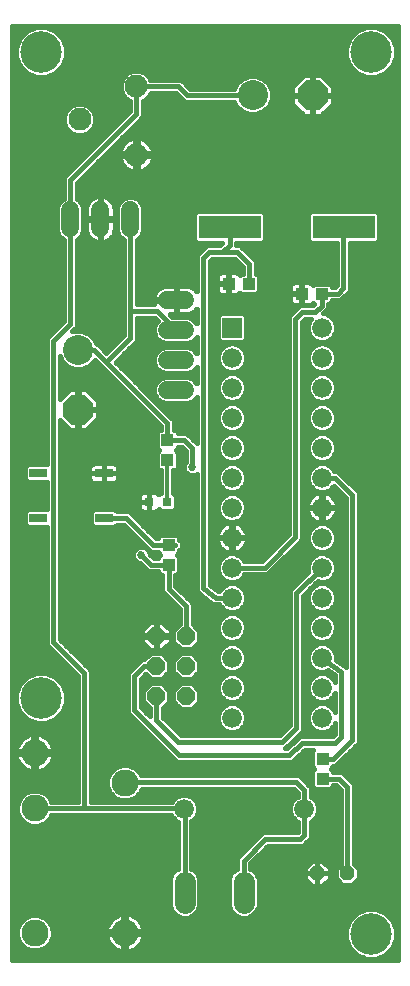
<source format=gtl>
G75*
%MOIN*%
%OFA0B0*%
%FSLAX25Y25*%
%IPPOS*%
%LPD*%
%AMOC8*
5,1,8,0,0,1.08239X$1,22.5*
%
%ADD10R,0.04331X0.03937*%
%ADD11C,0.10000*%
%ADD12OC8,0.10000*%
%ADD13C,0.07050*%
%ADD14C,0.07677*%
%ADD15R,0.03150X0.03150*%
%ADD16OC8,0.04800*%
%ADD17R,0.21000X0.07600*%
%ADD18R,0.06000X0.03000*%
%ADD19C,0.09000*%
%ADD20R,0.06600X0.06600*%
%ADD21C,0.06600*%
%ADD22OC8,0.06000*%
%ADD23C,0.06000*%
%ADD24C,0.01600*%
%ADD25C,0.03762*%
%ADD26C,0.01200*%
%ADD27C,0.02700*%
%ADD28C,0.13843*%
D10*
X0056278Y0136055D03*
X0056278Y0142748D03*
X0055829Y0170940D03*
X0055829Y0177633D03*
X0076262Y0229769D03*
X0082955Y0229769D03*
X0100610Y0226436D03*
X0107303Y0226436D03*
X0107581Y0071449D03*
X0107581Y0064756D03*
D11*
X0026049Y0207746D03*
X0084216Y0292617D03*
D12*
X0104216Y0292617D03*
X0026049Y0187746D03*
D13*
X0061603Y0030407D02*
X0061603Y0023357D01*
X0081288Y0023357D02*
X0081288Y0030407D01*
D14*
X0045462Y0272697D03*
X0045462Y0295532D03*
X0026565Y0284508D03*
D15*
X0049774Y0157107D03*
X0055679Y0157107D03*
D16*
X0105755Y0033214D03*
X0115755Y0033214D03*
D17*
X0114540Y0248653D03*
X0076540Y0248653D03*
D18*
X0034611Y0166658D03*
X0034611Y0151658D03*
X0012611Y0151658D03*
X0012611Y0166658D03*
D19*
X0011682Y0073417D03*
X0011682Y0054917D03*
X0011682Y0013417D03*
X0041682Y0013417D03*
X0041682Y0063417D03*
D20*
X0077272Y0215150D03*
D21*
X0077272Y0205150D03*
X0077272Y0195150D03*
X0077272Y0185150D03*
X0077272Y0175150D03*
X0077272Y0165150D03*
X0077272Y0155150D03*
X0077272Y0145150D03*
X0077272Y0135150D03*
X0077272Y0125150D03*
X0077272Y0115150D03*
X0077272Y0105150D03*
X0077272Y0095150D03*
X0077272Y0085150D03*
X0061459Y0054661D03*
X0101459Y0054661D03*
X0107272Y0085150D03*
X0107272Y0095150D03*
X0107272Y0105150D03*
X0107272Y0115150D03*
X0107272Y0125150D03*
X0107272Y0135150D03*
X0107272Y0145150D03*
X0107272Y0155150D03*
X0107272Y0165150D03*
X0107272Y0175150D03*
X0107272Y0185150D03*
X0107272Y0195150D03*
X0107272Y0205150D03*
X0107272Y0215150D03*
D22*
X0062128Y0112323D03*
X0062128Y0102323D03*
X0062128Y0092323D03*
X0052128Y0092323D03*
X0052128Y0102323D03*
X0052128Y0112323D03*
D23*
X0055794Y0194312D02*
X0061794Y0194312D01*
X0061794Y0204312D02*
X0055794Y0204312D01*
X0055794Y0214312D02*
X0061794Y0214312D01*
X0061794Y0224312D02*
X0055794Y0224312D01*
X0043463Y0248307D02*
X0043463Y0254307D01*
X0033463Y0254307D02*
X0033463Y0248307D01*
X0023463Y0248307D02*
X0023463Y0254307D01*
D24*
X0004100Y0315668D02*
X0004100Y0004300D01*
X0132820Y0004300D01*
X0132820Y0315668D01*
X0004100Y0315668D01*
X0004100Y0315308D02*
X0132820Y0315308D01*
X0132820Y0313710D02*
X0128816Y0313710D01*
X0128501Y0314024D02*
X0130842Y0311683D01*
X0132109Y0308625D01*
X0132109Y0305314D01*
X0130842Y0302256D01*
X0128501Y0299915D01*
X0125443Y0298648D01*
X0122133Y0298648D01*
X0119074Y0299915D01*
X0116733Y0302256D01*
X0115467Y0305314D01*
X0115467Y0308625D01*
X0116733Y0311683D01*
X0119074Y0314024D01*
X0122133Y0315291D01*
X0125443Y0315291D01*
X0128501Y0314024D01*
X0130414Y0312111D02*
X0132820Y0312111D01*
X0132820Y0310513D02*
X0131327Y0310513D01*
X0131989Y0308914D02*
X0132820Y0308914D01*
X0132820Y0307316D02*
X0132109Y0307316D01*
X0132109Y0305717D02*
X0132820Y0305717D01*
X0132820Y0304119D02*
X0131614Y0304119D01*
X0130952Y0302520D02*
X0132820Y0302520D01*
X0132820Y0300922D02*
X0129508Y0300922D01*
X0127072Y0299323D02*
X0132820Y0299323D01*
X0132820Y0297724D02*
X0108726Y0297724D01*
X0110324Y0296126D02*
X0132820Y0296126D01*
X0132820Y0294527D02*
X0111016Y0294527D01*
X0111016Y0295434D02*
X0111016Y0292817D01*
X0104416Y0292817D01*
X0104416Y0292417D01*
X0104416Y0285817D01*
X0107033Y0285817D01*
X0111016Y0289801D01*
X0111016Y0292417D01*
X0104416Y0292417D01*
X0104016Y0292417D01*
X0104016Y0285817D01*
X0101400Y0285817D01*
X0097416Y0289801D01*
X0097416Y0292417D01*
X0104016Y0292417D01*
X0104016Y0292817D01*
X0097416Y0292817D01*
X0097416Y0295434D01*
X0101400Y0299417D01*
X0104016Y0299417D01*
X0104016Y0292817D01*
X0104416Y0292817D01*
X0104416Y0299417D01*
X0107033Y0299417D01*
X0111016Y0295434D01*
X0111016Y0292929D02*
X0132820Y0292929D01*
X0132820Y0291330D02*
X0111016Y0291330D01*
X0110948Y0289732D02*
X0132820Y0289732D01*
X0132820Y0288133D02*
X0109349Y0288133D01*
X0107751Y0286535D02*
X0132820Y0286535D01*
X0132820Y0284936D02*
X0047205Y0284936D01*
X0047662Y0285394D02*
X0047662Y0290773D01*
X0048430Y0291091D01*
X0049903Y0292564D01*
X0050265Y0293437D01*
X0058550Y0293437D01*
X0061570Y0290417D01*
X0078200Y0290417D01*
X0078791Y0288992D01*
X0080591Y0287192D01*
X0082943Y0286217D01*
X0085489Y0286217D01*
X0087841Y0287192D01*
X0089642Y0288992D01*
X0090616Y0291344D01*
X0090616Y0293890D01*
X0089642Y0296243D01*
X0087841Y0298043D01*
X0085489Y0299017D01*
X0082943Y0299017D01*
X0080591Y0298043D01*
X0078791Y0296243D01*
X0078200Y0294817D01*
X0063392Y0294817D01*
X0061661Y0296548D01*
X0060372Y0297837D01*
X0050178Y0297837D01*
X0049903Y0298499D01*
X0048430Y0299973D01*
X0046504Y0300770D01*
X0044420Y0300770D01*
X0042495Y0299973D01*
X0041021Y0298499D01*
X0040224Y0296574D01*
X0040224Y0294490D01*
X0041021Y0292564D01*
X0042495Y0291091D01*
X0043262Y0290773D01*
X0043262Y0287216D01*
X0021263Y0265217D01*
X0021263Y0258159D01*
X0020971Y0258037D01*
X0019733Y0256800D01*
X0019063Y0255183D01*
X0019063Y0247432D01*
X0019733Y0245815D01*
X0020971Y0244577D01*
X0021263Y0244456D01*
X0021263Y0217222D01*
X0016887Y0212846D01*
X0015598Y0211557D01*
X0015598Y0169558D01*
X0009031Y0169558D01*
X0008211Y0168738D01*
X0008211Y0164578D01*
X0009031Y0163758D01*
X0015598Y0163758D01*
X0015598Y0154558D01*
X0009031Y0154558D01*
X0008211Y0153738D01*
X0008211Y0149578D01*
X0009031Y0148758D01*
X0015598Y0148758D01*
X0015598Y0109411D01*
X0025931Y0099079D01*
X0025931Y0057117D01*
X0017157Y0057117D01*
X0016684Y0058259D01*
X0015024Y0059919D01*
X0012855Y0060817D01*
X0010508Y0060817D01*
X0008340Y0059919D01*
X0006680Y0058259D01*
X0005782Y0056091D01*
X0005782Y0053744D01*
X0006680Y0051575D01*
X0008340Y0049915D01*
X0010508Y0049017D01*
X0012855Y0049017D01*
X0015024Y0049915D01*
X0016684Y0051575D01*
X0017157Y0052717D01*
X0057177Y0052717D01*
X0057474Y0051999D01*
X0058796Y0050677D01*
X0059403Y0050425D01*
X0059403Y0034826D01*
X0058813Y0034582D01*
X0057428Y0033197D01*
X0056678Y0031386D01*
X0056678Y0022377D01*
X0057428Y0020567D01*
X0058813Y0019182D01*
X0060623Y0018432D01*
X0062583Y0018432D01*
X0064393Y0019182D01*
X0065778Y0020567D01*
X0066528Y0022377D01*
X0066528Y0031386D01*
X0065778Y0033197D01*
X0064393Y0034582D01*
X0063803Y0034826D01*
X0063803Y0050545D01*
X0064121Y0050677D01*
X0065443Y0051999D01*
X0066159Y0053726D01*
X0066159Y0055596D01*
X0065443Y0057324D01*
X0064121Y0058646D01*
X0062394Y0059361D01*
X0060524Y0059361D01*
X0058796Y0058646D01*
X0057474Y0057324D01*
X0057389Y0057117D01*
X0030331Y0057117D01*
X0030331Y0100901D01*
X0029042Y0102190D01*
X0019998Y0111234D01*
X0019998Y0184180D01*
X0023233Y0180946D01*
X0025849Y0180946D01*
X0025849Y0187546D01*
X0026249Y0187546D01*
X0026249Y0187946D01*
X0025849Y0187946D01*
X0025849Y0194546D01*
X0023233Y0194546D01*
X0019998Y0191311D01*
X0019998Y0205630D01*
X0020624Y0204120D01*
X0022424Y0202320D01*
X0024776Y0201346D01*
X0027322Y0201346D01*
X0029675Y0202320D01*
X0031475Y0204120D01*
X0031593Y0204405D01*
X0033263Y0202735D01*
X0034552Y0201446D01*
X0053629Y0182369D01*
X0053629Y0181001D01*
X0053084Y0181001D01*
X0052264Y0180181D01*
X0052264Y0175084D01*
X0053062Y0174286D01*
X0052264Y0173488D01*
X0052264Y0168391D01*
X0053084Y0167571D01*
X0053673Y0167571D01*
X0053677Y0160082D01*
X0053524Y0160082D01*
X0052950Y0159508D01*
X0052789Y0159787D01*
X0052454Y0160122D01*
X0052043Y0160359D01*
X0051585Y0160482D01*
X0049774Y0160482D01*
X0049774Y0157107D01*
X0049774Y0153732D01*
X0051585Y0153732D01*
X0052043Y0153855D01*
X0052454Y0154092D01*
X0052789Y0154427D01*
X0052950Y0154707D01*
X0053524Y0154132D01*
X0057834Y0154132D01*
X0058654Y0154953D01*
X0058654Y0159262D01*
X0057834Y0160082D01*
X0057677Y0160082D01*
X0057673Y0167571D01*
X0058574Y0167571D01*
X0059395Y0168391D01*
X0059395Y0173488D01*
X0058596Y0174286D01*
X0059395Y0175084D01*
X0059395Y0175449D01*
X0060549Y0175449D01*
X0061927Y0174071D01*
X0061927Y0170339D01*
X0061796Y0170208D01*
X0061377Y0169197D01*
X0061377Y0168103D01*
X0061796Y0167092D01*
X0062569Y0166319D01*
X0063580Y0165900D01*
X0064674Y0165900D01*
X0065593Y0166281D01*
X0065593Y0129062D01*
X0065491Y0128927D01*
X0065593Y0128171D01*
X0065593Y0127409D01*
X0065714Y0127289D01*
X0065736Y0127121D01*
X0066343Y0126660D01*
X0066882Y0126121D01*
X0067052Y0126121D01*
X0070514Y0123488D01*
X0071053Y0122950D01*
X0071223Y0122950D01*
X0071358Y0122847D01*
X0072113Y0122950D01*
X0073096Y0122950D01*
X0073288Y0122487D01*
X0074610Y0121165D01*
X0076338Y0120450D01*
X0078207Y0120450D01*
X0079935Y0121165D01*
X0081257Y0122487D01*
X0081972Y0124215D01*
X0081972Y0126084D01*
X0081257Y0127812D01*
X0079935Y0129134D01*
X0078207Y0129849D01*
X0076338Y0129849D01*
X0074610Y0129134D01*
X0073288Y0127812D01*
X0073096Y0127349D01*
X0072706Y0127349D01*
X0069993Y0129412D01*
X0069993Y0129874D01*
X0069993Y0237398D01*
X0070704Y0238109D01*
X0078214Y0238109D01*
X0080925Y0235399D01*
X0080925Y0233137D01*
X0080209Y0233137D01*
X0079885Y0232813D01*
X0079867Y0232842D01*
X0079532Y0233178D01*
X0079122Y0233415D01*
X0078664Y0233537D01*
X0076446Y0233537D01*
X0076446Y0229953D01*
X0076077Y0229953D01*
X0076077Y0229584D01*
X0072296Y0229584D01*
X0072296Y0227563D01*
X0072419Y0227105D01*
X0072656Y0226695D01*
X0072991Y0226360D01*
X0073402Y0226123D01*
X0073859Y0226000D01*
X0076077Y0226000D01*
X0076077Y0229584D01*
X0076446Y0229584D01*
X0076446Y0226000D01*
X0078664Y0226000D01*
X0079122Y0226123D01*
X0079532Y0226360D01*
X0079867Y0226695D01*
X0079885Y0226725D01*
X0080209Y0226400D01*
X0085700Y0226400D01*
X0086520Y0227220D01*
X0086520Y0232317D01*
X0085700Y0233137D01*
X0085325Y0233137D01*
X0085325Y0237221D01*
X0084036Y0238510D01*
X0080037Y0242509D01*
X0078740Y0242509D01*
X0078740Y0243453D01*
X0087620Y0243453D01*
X0088440Y0244274D01*
X0088440Y0253033D01*
X0087620Y0253853D01*
X0065460Y0253853D01*
X0064640Y0253033D01*
X0064640Y0244274D01*
X0065460Y0243453D01*
X0074159Y0243453D01*
X0073215Y0242509D01*
X0068882Y0242509D01*
X0067593Y0241221D01*
X0067593Y0241221D01*
X0065593Y0239221D01*
X0065593Y0227250D01*
X0065456Y0227439D01*
X0064921Y0227974D01*
X0064310Y0228418D01*
X0063637Y0228761D01*
X0062918Y0228994D01*
X0062172Y0229112D01*
X0058994Y0229112D01*
X0058994Y0224513D01*
X0058594Y0224513D01*
X0058594Y0229112D01*
X0055417Y0229112D01*
X0054670Y0228994D01*
X0053952Y0228761D01*
X0053279Y0228418D01*
X0052667Y0227974D01*
X0052133Y0227439D01*
X0051689Y0226828D01*
X0051346Y0226155D01*
X0051112Y0225436D01*
X0050994Y0224690D01*
X0050994Y0224512D01*
X0058594Y0224512D01*
X0058594Y0224112D01*
X0058994Y0224112D01*
X0058994Y0219512D01*
X0062172Y0219512D01*
X0062918Y0219631D01*
X0063637Y0219864D01*
X0064310Y0220207D01*
X0064921Y0220651D01*
X0065456Y0221185D01*
X0065593Y0221375D01*
X0065593Y0216638D01*
X0065524Y0216805D01*
X0064287Y0218043D01*
X0062670Y0218712D01*
X0057506Y0218712D01*
X0056706Y0219512D01*
X0058594Y0219512D01*
X0058594Y0224112D01*
X0050994Y0224112D01*
X0050994Y0223935D01*
X0051112Y0223188D01*
X0051224Y0222845D01*
X0045663Y0222845D01*
X0045663Y0244456D01*
X0045956Y0244577D01*
X0047194Y0245815D01*
X0047863Y0247432D01*
X0047863Y0255183D01*
X0047194Y0256800D01*
X0045956Y0258037D01*
X0044339Y0258707D01*
X0042588Y0258707D01*
X0040971Y0258037D01*
X0039733Y0256800D01*
X0039063Y0255183D01*
X0039063Y0247432D01*
X0039733Y0245815D01*
X0040971Y0244577D01*
X0041263Y0244456D01*
X0041263Y0212558D01*
X0035463Y0206758D01*
X0033564Y0208657D01*
X0032275Y0209946D01*
X0032065Y0209946D01*
X0031475Y0211371D01*
X0029675Y0213171D01*
X0027322Y0214146D01*
X0024776Y0214146D01*
X0024150Y0213887D01*
X0025663Y0215400D01*
X0025663Y0244456D01*
X0025956Y0244577D01*
X0027194Y0245815D01*
X0027863Y0247432D01*
X0027863Y0255183D01*
X0027194Y0256800D01*
X0025956Y0258037D01*
X0025663Y0258159D01*
X0025663Y0263395D01*
X0046374Y0284105D01*
X0047662Y0285394D01*
X0047662Y0286535D02*
X0082176Y0286535D01*
X0079649Y0288133D02*
X0047662Y0288133D01*
X0047662Y0289732D02*
X0078484Y0289732D01*
X0078742Y0296126D02*
X0062083Y0296126D01*
X0060485Y0297724D02*
X0080272Y0297724D01*
X0084216Y0292617D02*
X0062481Y0292617D01*
X0059461Y0295637D01*
X0045568Y0295637D01*
X0045462Y0295532D02*
X0045462Y0286305D01*
X0023463Y0264306D01*
X0023463Y0251307D01*
X0023463Y0216311D01*
X0017798Y0210646D01*
X0017798Y0110322D01*
X0028131Y0099990D01*
X0028131Y0054917D01*
X0061203Y0054917D01*
X0061459Y0054661D01*
X0061603Y0054517D01*
X0061603Y0026882D01*
X0058202Y0033970D02*
X0004100Y0033970D01*
X0004100Y0032372D02*
X0057086Y0032372D01*
X0056678Y0030773D02*
X0004100Y0030773D01*
X0004100Y0029175D02*
X0056678Y0029175D01*
X0056678Y0027576D02*
X0004100Y0027576D01*
X0004100Y0025978D02*
X0056678Y0025978D01*
X0056678Y0024379D02*
X0004100Y0024379D01*
X0004100Y0022781D02*
X0056678Y0022781D01*
X0057173Y0021182D02*
X0004100Y0021182D01*
X0004100Y0019584D02*
X0040342Y0019584D01*
X0040207Y0019562D02*
X0039264Y0019256D01*
X0038380Y0018805D01*
X0037578Y0018223D01*
X0036877Y0017521D01*
X0036294Y0016719D01*
X0035843Y0015836D01*
X0035537Y0014892D01*
X0035382Y0013913D01*
X0035382Y0013897D01*
X0041202Y0013897D01*
X0041202Y0012938D01*
X0035382Y0012938D01*
X0035382Y0012921D01*
X0035537Y0011942D01*
X0035843Y0010999D01*
X0036294Y0010115D01*
X0036877Y0009313D01*
X0037578Y0008612D01*
X0038380Y0008029D01*
X0039264Y0007579D01*
X0040207Y0007272D01*
X0041186Y0007117D01*
X0041202Y0007117D01*
X0041202Y0012938D01*
X0042161Y0012938D01*
X0042161Y0007117D01*
X0042178Y0007117D01*
X0043157Y0007272D01*
X0044100Y0007579D01*
X0044984Y0008029D01*
X0045786Y0008612D01*
X0046487Y0009313D01*
X0047070Y0010115D01*
X0047520Y0010999D01*
X0047827Y0011942D01*
X0047982Y0012921D01*
X0047982Y0012938D01*
X0042161Y0012938D01*
X0042161Y0013897D01*
X0041202Y0013897D01*
X0041202Y0019717D01*
X0041186Y0019717D01*
X0040207Y0019562D01*
X0041202Y0019584D02*
X0042161Y0019584D01*
X0042161Y0019717D02*
X0042161Y0013897D01*
X0047982Y0013897D01*
X0047982Y0013913D01*
X0047827Y0014892D01*
X0047520Y0015836D01*
X0047070Y0016719D01*
X0046487Y0017521D01*
X0045786Y0018223D01*
X0044984Y0018805D01*
X0044100Y0019256D01*
X0043157Y0019562D01*
X0042178Y0019717D01*
X0042161Y0019717D01*
X0043022Y0019584D02*
X0058411Y0019584D01*
X0064795Y0019584D02*
X0078096Y0019584D01*
X0078498Y0019182D02*
X0080309Y0018432D01*
X0082268Y0018432D01*
X0084078Y0019182D01*
X0085463Y0020567D01*
X0086213Y0022377D01*
X0086213Y0031386D01*
X0085463Y0033197D01*
X0084078Y0034582D01*
X0083488Y0034826D01*
X0083488Y0036581D01*
X0089369Y0042462D01*
X0101035Y0042462D01*
X0102323Y0043751D01*
X0103659Y0045086D01*
X0103659Y0050485D01*
X0104121Y0050677D01*
X0105443Y0051999D01*
X0106159Y0053726D01*
X0106159Y0055596D01*
X0105443Y0057324D01*
X0104121Y0058646D01*
X0103659Y0058837D01*
X0103659Y0061903D01*
X0100990Y0064572D01*
X0099702Y0065860D01*
X0047056Y0065860D01*
X0046684Y0066759D01*
X0045024Y0068419D01*
X0042855Y0069317D01*
X0040508Y0069317D01*
X0038340Y0068419D01*
X0036680Y0066759D01*
X0035782Y0064591D01*
X0035782Y0062244D01*
X0036680Y0060075D01*
X0038340Y0058415D01*
X0040508Y0057517D01*
X0042855Y0057517D01*
X0045024Y0058415D01*
X0046684Y0060075D01*
X0047257Y0061460D01*
X0097879Y0061460D01*
X0099259Y0060081D01*
X0099259Y0058837D01*
X0098796Y0058646D01*
X0097474Y0057324D01*
X0096759Y0055596D01*
X0096759Y0053726D01*
X0097474Y0051999D01*
X0098796Y0050677D01*
X0099259Y0050485D01*
X0099259Y0046909D01*
X0099212Y0046862D01*
X0087547Y0046862D01*
X0086258Y0045574D01*
X0079088Y0038404D01*
X0079088Y0034826D01*
X0078498Y0034582D01*
X0077113Y0033197D01*
X0076363Y0031386D01*
X0076363Y0022377D01*
X0077113Y0020567D01*
X0078498Y0019182D01*
X0076858Y0021182D02*
X0066033Y0021182D01*
X0066528Y0022781D02*
X0076363Y0022781D01*
X0076363Y0024379D02*
X0066528Y0024379D01*
X0066528Y0025978D02*
X0076363Y0025978D01*
X0076363Y0027576D02*
X0066528Y0027576D01*
X0066528Y0029175D02*
X0076363Y0029175D01*
X0076363Y0030773D02*
X0066528Y0030773D01*
X0066120Y0032372D02*
X0076771Y0032372D01*
X0077887Y0033970D02*
X0065005Y0033970D01*
X0063803Y0035569D02*
X0079088Y0035569D01*
X0079088Y0037167D02*
X0063803Y0037167D01*
X0063803Y0038766D02*
X0079450Y0038766D01*
X0081288Y0037492D02*
X0088458Y0044662D01*
X0100123Y0044662D01*
X0101459Y0045998D01*
X0101459Y0054661D01*
X0101459Y0060992D01*
X0098790Y0063660D01*
X0041925Y0063660D01*
X0041682Y0063417D01*
X0043290Y0069137D02*
X0104016Y0069137D01*
X0104016Y0068901D02*
X0104814Y0068103D01*
X0104016Y0067305D01*
X0104016Y0062208D01*
X0104836Y0061388D01*
X0110326Y0061388D01*
X0111146Y0062208D01*
X0111146Y0062556D01*
X0112115Y0062556D01*
X0113589Y0061083D01*
X0113589Y0057526D01*
X0113555Y0057493D01*
X0113555Y0036388D01*
X0111955Y0034788D01*
X0111955Y0031640D01*
X0114181Y0029414D01*
X0117329Y0029414D01*
X0119555Y0031640D01*
X0119555Y0034788D01*
X0117955Y0036388D01*
X0117955Y0055671D01*
X0117989Y0055704D01*
X0117989Y0062905D01*
X0116700Y0064194D01*
X0113938Y0066956D01*
X0111146Y0066956D01*
X0111146Y0067305D01*
X0110348Y0068103D01*
X0111146Y0068901D01*
X0111146Y0068985D01*
X0111747Y0068941D01*
X0111817Y0069001D01*
X0111909Y0069001D01*
X0112497Y0069589D01*
X0113126Y0070133D01*
X0113132Y0070225D01*
X0118366Y0075459D01*
X0119655Y0076748D01*
X0119655Y0160229D01*
X0112534Y0167349D01*
X0111448Y0167349D01*
X0111257Y0167812D01*
X0109935Y0169134D01*
X0108207Y0169849D01*
X0106338Y0169849D01*
X0104610Y0169134D01*
X0103288Y0167812D01*
X0102572Y0166084D01*
X0102572Y0164215D01*
X0103288Y0162487D01*
X0104610Y0161165D01*
X0106338Y0160450D01*
X0108207Y0160450D01*
X0109935Y0161165D01*
X0111216Y0162446D01*
X0115255Y0158406D01*
X0115255Y0101975D01*
X0115229Y0101994D01*
X0114700Y0102523D01*
X0114515Y0102523D01*
X0111972Y0104406D01*
X0111972Y0106084D01*
X0111257Y0107812D01*
X0109935Y0109134D01*
X0108207Y0109849D01*
X0106338Y0109849D01*
X0104610Y0109134D01*
X0103288Y0107812D01*
X0102572Y0106084D01*
X0102572Y0104215D01*
X0103288Y0102487D01*
X0104610Y0101165D01*
X0106338Y0100450D01*
X0108207Y0100450D01*
X0109307Y0100905D01*
X0111589Y0099215D01*
X0111589Y0097011D01*
X0111257Y0097812D01*
X0109935Y0099134D01*
X0108207Y0099849D01*
X0106338Y0099849D01*
X0104610Y0099134D01*
X0103288Y0097812D01*
X0102572Y0096084D01*
X0102572Y0094215D01*
X0103288Y0092487D01*
X0104610Y0091165D01*
X0106338Y0090450D01*
X0108207Y0090450D01*
X0109935Y0091165D01*
X0111257Y0092487D01*
X0111589Y0093288D01*
X0111589Y0087011D01*
X0111257Y0087812D01*
X0109935Y0089134D01*
X0108207Y0089849D01*
X0106338Y0089849D01*
X0104610Y0089134D01*
X0103288Y0087812D01*
X0102572Y0086084D01*
X0102572Y0084215D01*
X0103288Y0082487D01*
X0104610Y0081165D01*
X0106338Y0080450D01*
X0108207Y0080450D01*
X0109935Y0081165D01*
X0111257Y0082487D01*
X0111589Y0083288D01*
X0111589Y0079570D01*
X0110878Y0078859D01*
X0100834Y0078859D01*
X0099967Y0078894D01*
X0099930Y0078859D01*
X0099879Y0078859D01*
X0099265Y0078246D01*
X0095597Y0074859D01*
X0095102Y0074859D01*
X0096324Y0076081D01*
X0100990Y0080747D01*
X0100990Y0125756D01*
X0105875Y0130641D01*
X0106338Y0130450D01*
X0108207Y0130450D01*
X0109935Y0131165D01*
X0111257Y0132487D01*
X0111972Y0134215D01*
X0111972Y0136084D01*
X0111257Y0137812D01*
X0109935Y0139134D01*
X0108207Y0139849D01*
X0106338Y0139849D01*
X0104610Y0139134D01*
X0103288Y0137812D01*
X0102572Y0136084D01*
X0102572Y0134215D01*
X0102764Y0133752D01*
X0097879Y0128867D01*
X0096590Y0127579D01*
X0096590Y0082570D01*
X0093213Y0079192D01*
X0060372Y0079192D01*
X0054327Y0085237D01*
X0054328Y0088300D01*
X0056528Y0090501D01*
X0056528Y0094146D01*
X0053950Y0096723D01*
X0050305Y0096723D01*
X0047728Y0094146D01*
X0047728Y0090501D01*
X0049928Y0088301D01*
X0049927Y0085638D01*
X0046996Y0088569D01*
X0046996Y0098079D01*
X0048573Y0099656D01*
X0050305Y0097923D01*
X0053950Y0097923D01*
X0056528Y0100501D01*
X0056528Y0104146D01*
X0053950Y0106723D01*
X0050305Y0106723D01*
X0048106Y0104524D01*
X0047219Y0104524D01*
X0047218Y0104524D01*
X0046563Y0103868D01*
X0045930Y0103236D01*
X0045930Y0103236D01*
X0042596Y0099901D01*
X0042596Y0086747D01*
X0043884Y0085458D01*
X0058883Y0070459D01*
X0096413Y0070459D01*
X0097280Y0070425D01*
X0097317Y0070459D01*
X0097368Y0070459D01*
X0097982Y0071073D01*
X0101650Y0074459D01*
X0104477Y0074459D01*
X0104016Y0073997D01*
X0104016Y0068901D01*
X0104250Y0067539D02*
X0045904Y0067539D01*
X0047023Y0065940D02*
X0104016Y0065940D01*
X0104016Y0064342D02*
X0101220Y0064342D01*
X0102819Y0062743D02*
X0104016Y0062743D01*
X0103659Y0061145D02*
X0113526Y0061145D01*
X0113589Y0059546D02*
X0103659Y0059546D01*
X0104819Y0057948D02*
X0113589Y0057948D01*
X0113555Y0056349D02*
X0105847Y0056349D01*
X0106159Y0054751D02*
X0113555Y0054751D01*
X0113555Y0053152D02*
X0105921Y0053152D01*
X0104998Y0051554D02*
X0113555Y0051554D01*
X0113555Y0049955D02*
X0103659Y0049955D01*
X0103659Y0048357D02*
X0113555Y0048357D01*
X0113555Y0046758D02*
X0103659Y0046758D01*
X0103659Y0045160D02*
X0113555Y0045160D01*
X0113555Y0043561D02*
X0102134Y0043561D01*
X0099259Y0048357D02*
X0063803Y0048357D01*
X0063803Y0049955D02*
X0099259Y0049955D01*
X0097919Y0051554D02*
X0064998Y0051554D01*
X0065921Y0053152D02*
X0096997Y0053152D01*
X0096759Y0054751D02*
X0066159Y0054751D01*
X0065847Y0056349D02*
X0097071Y0056349D01*
X0098098Y0057948D02*
X0064819Y0057948D01*
X0063803Y0046758D02*
X0087443Y0046758D01*
X0085844Y0045160D02*
X0063803Y0045160D01*
X0063803Y0043561D02*
X0084246Y0043561D01*
X0082647Y0041963D02*
X0063803Y0041963D01*
X0063803Y0040364D02*
X0081049Y0040364D01*
X0081288Y0037492D02*
X0081288Y0026882D01*
X0084690Y0033970D02*
X0101555Y0033970D01*
X0101555Y0033214D02*
X0105755Y0033214D01*
X0105755Y0033214D01*
X0101555Y0033214D01*
X0101555Y0031474D01*
X0104016Y0029014D01*
X0105755Y0029014D01*
X0105755Y0033214D01*
X0105755Y0037414D01*
X0104016Y0037414D01*
X0101555Y0034954D01*
X0101555Y0033214D01*
X0101555Y0032372D02*
X0085805Y0032372D01*
X0086213Y0030773D02*
X0102257Y0030773D01*
X0103855Y0029175D02*
X0086213Y0029175D01*
X0086213Y0027576D02*
X0132820Y0027576D01*
X0132820Y0025978D02*
X0086213Y0025978D01*
X0086213Y0024379D02*
X0132820Y0024379D01*
X0132820Y0022781D02*
X0086213Y0022781D01*
X0085718Y0021182D02*
X0121799Y0021182D01*
X0122133Y0021320D02*
X0119074Y0020053D01*
X0116733Y0017712D01*
X0115467Y0014654D01*
X0115467Y0011344D01*
X0116733Y0008285D01*
X0119074Y0005944D01*
X0122133Y0004678D01*
X0125443Y0004678D01*
X0128501Y0005944D01*
X0130842Y0008285D01*
X0132109Y0011344D01*
X0132109Y0014654D01*
X0130842Y0017712D01*
X0128501Y0020053D01*
X0125443Y0021320D01*
X0122133Y0021320D01*
X0125776Y0021182D02*
X0132820Y0021182D01*
X0132820Y0019584D02*
X0128971Y0019584D01*
X0130570Y0017985D02*
X0132820Y0017985D01*
X0132820Y0016387D02*
X0131391Y0016387D01*
X0132054Y0014788D02*
X0132820Y0014788D01*
X0132820Y0013189D02*
X0132109Y0013189D01*
X0132109Y0011591D02*
X0132820Y0011591D01*
X0132820Y0009992D02*
X0131549Y0009992D01*
X0130887Y0008394D02*
X0132820Y0008394D01*
X0132820Y0006795D02*
X0129352Y0006795D01*
X0126697Y0005197D02*
X0132820Y0005197D01*
X0132820Y0029175D02*
X0107656Y0029175D01*
X0107495Y0029014D02*
X0109955Y0031474D01*
X0109955Y0033214D01*
X0109955Y0034954D01*
X0107495Y0037414D01*
X0105755Y0037414D01*
X0105755Y0033214D01*
X0105755Y0033214D01*
X0105755Y0033214D01*
X0105755Y0029014D01*
X0107495Y0029014D01*
X0105755Y0029175D02*
X0105755Y0029175D01*
X0105755Y0030773D02*
X0105755Y0030773D01*
X0105755Y0032372D02*
X0105755Y0032372D01*
X0105755Y0033214D02*
X0105755Y0033214D01*
X0109955Y0033214D01*
X0105755Y0033214D01*
X0105755Y0033970D02*
X0105755Y0033970D01*
X0105755Y0035569D02*
X0105755Y0035569D01*
X0105755Y0037167D02*
X0105755Y0037167D01*
X0107742Y0037167D02*
X0113555Y0037167D01*
X0113555Y0038766D02*
X0085673Y0038766D01*
X0087271Y0040364D02*
X0113555Y0040364D01*
X0113555Y0041963D02*
X0088870Y0041963D01*
X0084074Y0037167D02*
X0103769Y0037167D01*
X0102170Y0035569D02*
X0083488Y0035569D01*
X0084480Y0019584D02*
X0118604Y0019584D01*
X0117006Y0017985D02*
X0046024Y0017985D01*
X0047240Y0016387D02*
X0116184Y0016387D01*
X0115522Y0014788D02*
X0047843Y0014788D01*
X0047713Y0011591D02*
X0115467Y0011591D01*
X0115467Y0013189D02*
X0042161Y0013189D01*
X0041202Y0013189D02*
X0017582Y0013189D01*
X0017582Y0012244D02*
X0016684Y0010075D01*
X0015024Y0008415D01*
X0012855Y0007517D01*
X0010508Y0007517D01*
X0008340Y0008415D01*
X0006680Y0010075D01*
X0005782Y0012244D01*
X0005782Y0014591D01*
X0006680Y0016759D01*
X0008340Y0018419D01*
X0010508Y0019317D01*
X0012855Y0019317D01*
X0015024Y0018419D01*
X0016684Y0016759D01*
X0017582Y0014591D01*
X0017582Y0012244D01*
X0017312Y0011591D02*
X0035651Y0011591D01*
X0036383Y0009992D02*
X0016601Y0009992D01*
X0017500Y0014788D02*
X0035520Y0014788D01*
X0036124Y0016387D02*
X0016838Y0016387D01*
X0015458Y0017985D02*
X0037340Y0017985D01*
X0041202Y0017985D02*
X0042161Y0017985D01*
X0042161Y0016387D02*
X0041202Y0016387D01*
X0041202Y0014788D02*
X0042161Y0014788D01*
X0042161Y0011591D02*
X0041202Y0011591D01*
X0041202Y0009992D02*
X0042161Y0009992D01*
X0042161Y0008394D02*
X0041202Y0008394D01*
X0037878Y0008394D02*
X0014972Y0008394D01*
X0008392Y0008394D02*
X0004100Y0008394D01*
X0004100Y0009992D02*
X0006763Y0009992D01*
X0006052Y0011591D02*
X0004100Y0011591D01*
X0004100Y0013189D02*
X0005782Y0013189D01*
X0005864Y0014788D02*
X0004100Y0014788D01*
X0004100Y0016387D02*
X0006526Y0016387D01*
X0007906Y0017985D02*
X0004100Y0017985D01*
X0004100Y0006795D02*
X0118223Y0006795D01*
X0116688Y0008394D02*
X0045486Y0008394D01*
X0046981Y0009992D02*
X0116026Y0009992D01*
X0120879Y0005197D02*
X0004100Y0005197D01*
X0004100Y0035569D02*
X0059403Y0035569D01*
X0059403Y0037167D02*
X0004100Y0037167D01*
X0004100Y0038766D02*
X0059403Y0038766D01*
X0059403Y0040364D02*
X0004100Y0040364D01*
X0004100Y0041963D02*
X0059403Y0041963D01*
X0059403Y0043561D02*
X0004100Y0043561D01*
X0004100Y0045160D02*
X0059403Y0045160D01*
X0059403Y0046758D02*
X0004100Y0046758D01*
X0004100Y0048357D02*
X0059403Y0048357D01*
X0059403Y0049955D02*
X0015064Y0049955D01*
X0016662Y0051554D02*
X0057919Y0051554D01*
X0058098Y0057948D02*
X0043895Y0057948D01*
X0046155Y0059546D02*
X0099259Y0059546D01*
X0098195Y0061145D02*
X0047127Y0061145D01*
X0040074Y0069137D02*
X0030331Y0069137D01*
X0030331Y0067539D02*
X0037460Y0067539D01*
X0036341Y0065940D02*
X0030331Y0065940D01*
X0030331Y0064342D02*
X0035782Y0064342D01*
X0035782Y0062743D02*
X0030331Y0062743D01*
X0030331Y0061145D02*
X0036237Y0061145D01*
X0037209Y0059546D02*
X0030331Y0059546D01*
X0030331Y0057948D02*
X0039469Y0057948D01*
X0030331Y0070736D02*
X0058607Y0070736D01*
X0059794Y0072659D02*
X0044796Y0087658D01*
X0044796Y0098990D01*
X0048130Y0102324D01*
X0052128Y0102323D01*
X0054770Y0105903D02*
X0059485Y0105903D01*
X0060305Y0106723D02*
X0057728Y0104146D01*
X0057728Y0100501D01*
X0060305Y0097923D01*
X0063950Y0097923D01*
X0066528Y0100501D01*
X0066528Y0104146D01*
X0063950Y0106723D01*
X0060305Y0106723D01*
X0060305Y0107923D02*
X0063950Y0107923D01*
X0066528Y0110501D01*
X0066528Y0114146D01*
X0064327Y0116346D01*
X0064327Y0123232D01*
X0063039Y0124521D01*
X0058478Y0129082D01*
X0058478Y0132687D01*
X0059023Y0132687D01*
X0059843Y0133507D01*
X0059843Y0138603D01*
X0059045Y0139401D01*
X0059843Y0140200D01*
X0059843Y0140869D01*
X0060038Y0141064D01*
X0060675Y0141648D01*
X0060677Y0141703D01*
X0060716Y0141741D01*
X0060716Y0142605D01*
X0060752Y0143469D01*
X0060716Y0143509D01*
X0060716Y0143564D01*
X0060104Y0144175D01*
X0059843Y0144459D01*
X0059843Y0145296D01*
X0059023Y0146116D01*
X0053533Y0146116D01*
X0052713Y0145296D01*
X0052713Y0144852D01*
X0052040Y0144852D01*
X0044323Y0152569D01*
X0043034Y0153858D01*
X0038891Y0153858D01*
X0038191Y0154558D01*
X0031031Y0154558D01*
X0030211Y0153738D01*
X0030211Y0149578D01*
X0031031Y0148758D01*
X0038191Y0148758D01*
X0038891Y0149458D01*
X0041212Y0149458D01*
X0048928Y0141741D01*
X0050217Y0140452D01*
X0052713Y0140452D01*
X0052713Y0140200D01*
X0053511Y0139401D01*
X0052713Y0138603D01*
X0052713Y0138255D01*
X0051305Y0138255D01*
X0049879Y0139681D01*
X0049879Y0139867D01*
X0049460Y0140877D01*
X0048687Y0141651D01*
X0047676Y0142069D01*
X0046582Y0142069D01*
X0045571Y0141651D01*
X0044797Y0140877D01*
X0044379Y0139867D01*
X0044379Y0138772D01*
X0044797Y0137762D01*
X0045571Y0136988D01*
X0046582Y0136570D01*
X0046768Y0136570D01*
X0049482Y0133855D01*
X0052713Y0133855D01*
X0052713Y0133507D01*
X0053533Y0132687D01*
X0054078Y0132687D01*
X0054078Y0127259D01*
X0059927Y0121410D01*
X0059927Y0116345D01*
X0057728Y0114146D01*
X0057728Y0110501D01*
X0060305Y0107923D01*
X0059128Y0109100D02*
X0055693Y0109100D01*
X0056928Y0110335D02*
X0056928Y0112123D01*
X0052328Y0112123D01*
X0052328Y0112523D01*
X0056928Y0112523D01*
X0056928Y0114311D01*
X0054116Y0117123D01*
X0052328Y0117123D01*
X0052328Y0112523D01*
X0051928Y0112523D01*
X0051928Y0112123D01*
X0052328Y0112123D01*
X0052328Y0107523D01*
X0054116Y0107523D01*
X0056928Y0110335D01*
X0056928Y0110699D02*
X0057728Y0110699D01*
X0057728Y0112297D02*
X0052328Y0112297D01*
X0051928Y0112297D02*
X0019998Y0112297D01*
X0019998Y0113896D02*
X0047328Y0113896D01*
X0047328Y0114311D02*
X0047328Y0112523D01*
X0051928Y0112523D01*
X0051928Y0117123D01*
X0050140Y0117123D01*
X0047328Y0114311D01*
X0048511Y0115494D02*
X0019998Y0115494D01*
X0019998Y0117093D02*
X0050109Y0117093D01*
X0051928Y0117093D02*
X0052328Y0117093D01*
X0052328Y0115494D02*
X0051928Y0115494D01*
X0051928Y0113896D02*
X0052328Y0113896D01*
X0051928Y0112123D02*
X0047328Y0112123D01*
X0047328Y0110335D01*
X0050140Y0107523D01*
X0051928Y0107523D01*
X0051928Y0112123D01*
X0051928Y0110699D02*
X0052328Y0110699D01*
X0052328Y0109100D02*
X0051928Y0109100D01*
X0049485Y0105903D02*
X0025329Y0105903D01*
X0026927Y0104305D02*
X0046999Y0104305D01*
X0047219Y0104524D02*
X0047219Y0104524D01*
X0045400Y0102706D02*
X0028526Y0102706D01*
X0030124Y0101108D02*
X0043802Y0101108D01*
X0042596Y0099509D02*
X0030331Y0099509D01*
X0030331Y0097911D02*
X0042596Y0097911D01*
X0042596Y0096312D02*
X0030331Y0096312D01*
X0030331Y0094714D02*
X0042596Y0094714D01*
X0042596Y0093115D02*
X0030331Y0093115D01*
X0030331Y0091517D02*
X0042596Y0091517D01*
X0042596Y0089918D02*
X0030331Y0089918D01*
X0030331Y0088320D02*
X0042596Y0088320D01*
X0042621Y0086721D02*
X0030331Y0086721D01*
X0030331Y0085122D02*
X0044220Y0085122D01*
X0045818Y0083524D02*
X0030331Y0083524D01*
X0030331Y0081925D02*
X0047417Y0081925D01*
X0049015Y0080327D02*
X0030331Y0080327D01*
X0030331Y0078728D02*
X0050614Y0078728D01*
X0052212Y0077130D02*
X0030331Y0077130D01*
X0030331Y0075531D02*
X0053811Y0075531D01*
X0055410Y0073933D02*
X0030331Y0073933D01*
X0030331Y0072334D02*
X0057008Y0072334D01*
X0059794Y0072659D02*
X0096457Y0072659D01*
X0100790Y0076659D01*
X0111789Y0076659D01*
X0113789Y0078659D01*
X0113789Y0100323D01*
X0107272Y0105150D01*
X0105516Y0099509D02*
X0100990Y0099509D01*
X0100990Y0097911D02*
X0103387Y0097911D01*
X0102667Y0096312D02*
X0100990Y0096312D01*
X0100990Y0094714D02*
X0102572Y0094714D01*
X0103028Y0093115D02*
X0100990Y0093115D01*
X0100990Y0091517D02*
X0104259Y0091517D01*
X0103796Y0088320D02*
X0100990Y0088320D01*
X0100990Y0089918D02*
X0111589Y0089918D01*
X0111589Y0088320D02*
X0110749Y0088320D01*
X0110286Y0091517D02*
X0111589Y0091517D01*
X0111589Y0093115D02*
X0111517Y0093115D01*
X0111589Y0097911D02*
X0111158Y0097911D01*
X0111192Y0099509D02*
X0109029Y0099509D01*
X0112110Y0104305D02*
X0115255Y0104305D01*
X0115255Y0105903D02*
X0111972Y0105903D01*
X0111385Y0107502D02*
X0115255Y0107502D01*
X0115255Y0109100D02*
X0109969Y0109100D01*
X0108809Y0110699D02*
X0115255Y0110699D01*
X0115255Y0112297D02*
X0111067Y0112297D01*
X0111257Y0112487D02*
X0111972Y0114215D01*
X0111972Y0116084D01*
X0111257Y0117812D01*
X0109935Y0119134D01*
X0108207Y0119849D01*
X0106338Y0119849D01*
X0104610Y0119134D01*
X0103288Y0117812D01*
X0102572Y0116084D01*
X0102572Y0114215D01*
X0103288Y0112487D01*
X0104610Y0111165D01*
X0106338Y0110450D01*
X0108207Y0110450D01*
X0109935Y0111165D01*
X0111257Y0112487D01*
X0111840Y0113896D02*
X0115255Y0113896D01*
X0115255Y0115494D02*
X0111972Y0115494D01*
X0111555Y0117093D02*
X0115255Y0117093D01*
X0115255Y0118691D02*
X0110378Y0118691D01*
X0109935Y0121165D02*
X0111257Y0122487D01*
X0111972Y0124215D01*
X0111972Y0126084D01*
X0111257Y0127812D01*
X0109935Y0129134D01*
X0108207Y0129849D01*
X0106338Y0129849D01*
X0104610Y0129134D01*
X0103288Y0127812D01*
X0102572Y0126084D01*
X0102572Y0124215D01*
X0103288Y0122487D01*
X0104610Y0121165D01*
X0106338Y0120450D01*
X0108207Y0120450D01*
X0109935Y0121165D01*
X0110658Y0121888D02*
X0115255Y0121888D01*
X0115255Y0120290D02*
X0100990Y0120290D01*
X0100990Y0121888D02*
X0103887Y0121888D01*
X0102874Y0123487D02*
X0100990Y0123487D01*
X0100990Y0125085D02*
X0102572Y0125085D01*
X0102821Y0126684D02*
X0101918Y0126684D01*
X0103516Y0128282D02*
X0103758Y0128282D01*
X0105115Y0129881D02*
X0115255Y0129881D01*
X0115255Y0131479D02*
X0110249Y0131479D01*
X0111502Y0133078D02*
X0115255Y0133078D01*
X0115255Y0134676D02*
X0111972Y0134676D01*
X0111894Y0136275D02*
X0115255Y0136275D01*
X0115255Y0137873D02*
X0111195Y0137873D01*
X0109935Y0141165D02*
X0111257Y0142487D01*
X0111972Y0144215D01*
X0111972Y0146084D01*
X0111257Y0147812D01*
X0109935Y0149134D01*
X0108207Y0149849D01*
X0106338Y0149849D01*
X0104610Y0149134D01*
X0103288Y0147812D01*
X0102572Y0146084D01*
X0102572Y0144215D01*
X0103288Y0142487D01*
X0104610Y0141165D01*
X0106338Y0140450D01*
X0108207Y0140450D01*
X0109935Y0141165D01*
X0109706Y0141070D02*
X0115255Y0141070D01*
X0115255Y0139472D02*
X0109119Y0139472D01*
X0111332Y0142669D02*
X0115255Y0142669D01*
X0115255Y0144267D02*
X0111972Y0144267D01*
X0111972Y0145866D02*
X0115255Y0145866D01*
X0115255Y0147464D02*
X0111401Y0147464D01*
X0110006Y0149063D02*
X0115255Y0149063D01*
X0115255Y0150661D02*
X0109698Y0150661D01*
X0109945Y0150788D02*
X0110595Y0151259D01*
X0111162Y0151827D01*
X0111634Y0152477D01*
X0111999Y0153192D01*
X0112247Y0153955D01*
X0112372Y0154748D01*
X0112372Y0154849D01*
X0107573Y0154849D01*
X0107573Y0155450D01*
X0112372Y0155450D01*
X0112372Y0155551D01*
X0112247Y0156344D01*
X0111999Y0157107D01*
X0111634Y0157822D01*
X0111162Y0158472D01*
X0110595Y0159040D01*
X0109945Y0159511D01*
X0109230Y0159876D01*
X0108467Y0160124D01*
X0107674Y0160249D01*
X0107572Y0160249D01*
X0107572Y0155450D01*
X0106972Y0155450D01*
X0106972Y0160249D01*
X0106871Y0160249D01*
X0106078Y0160124D01*
X0105315Y0159876D01*
X0104599Y0159511D01*
X0103950Y0159040D01*
X0103382Y0158472D01*
X0102911Y0157822D01*
X0102546Y0157107D01*
X0102298Y0156344D01*
X0102172Y0155551D01*
X0102172Y0155450D01*
X0106972Y0155450D01*
X0106972Y0154849D01*
X0107572Y0154849D01*
X0107572Y0150050D01*
X0107674Y0150050D01*
X0108467Y0150175D01*
X0109230Y0150423D01*
X0109945Y0150788D01*
X0111477Y0152260D02*
X0115255Y0152260D01*
X0115255Y0153858D02*
X0112215Y0153858D01*
X0112372Y0155457D02*
X0115255Y0155457D01*
X0115255Y0157055D02*
X0112016Y0157055D01*
X0110980Y0158654D02*
X0115007Y0158654D01*
X0113409Y0160253D02*
X0100657Y0160253D01*
X0100657Y0161851D02*
X0103924Y0161851D01*
X0102889Y0163450D02*
X0100657Y0163450D01*
X0100657Y0165048D02*
X0102572Y0165048D01*
X0102805Y0166647D02*
X0100657Y0166647D01*
X0100657Y0168245D02*
X0103721Y0168245D01*
X0104610Y0171165D02*
X0106338Y0170450D01*
X0108207Y0170450D01*
X0109935Y0171165D01*
X0111257Y0172487D01*
X0111972Y0174215D01*
X0111972Y0176084D01*
X0111257Y0177812D01*
X0109935Y0179134D01*
X0108207Y0179849D01*
X0106338Y0179849D01*
X0104610Y0179134D01*
X0103288Y0177812D01*
X0102572Y0176084D01*
X0102572Y0174215D01*
X0103288Y0172487D01*
X0104610Y0171165D01*
X0104333Y0171442D02*
X0100657Y0171442D01*
X0100657Y0169844D02*
X0106323Y0169844D01*
X0108222Y0169844D02*
X0132820Y0169844D01*
X0132820Y0171442D02*
X0110212Y0171442D01*
X0111486Y0173041D02*
X0132820Y0173041D01*
X0132820Y0174639D02*
X0111972Y0174639D01*
X0111909Y0176238D02*
X0132820Y0176238D01*
X0132820Y0177836D02*
X0111233Y0177836D01*
X0109935Y0181165D02*
X0111257Y0182487D01*
X0111972Y0184215D01*
X0111972Y0186084D01*
X0111257Y0187812D01*
X0109935Y0189134D01*
X0108207Y0189849D01*
X0106338Y0189849D01*
X0104610Y0189134D01*
X0103288Y0187812D01*
X0102572Y0186084D01*
X0102572Y0184215D01*
X0103288Y0182487D01*
X0104610Y0181165D01*
X0106338Y0180450D01*
X0108207Y0180450D01*
X0109935Y0181165D01*
X0109616Y0181033D02*
X0132820Y0181033D01*
X0132820Y0179435D02*
X0109209Y0179435D01*
X0111317Y0182632D02*
X0132820Y0182632D01*
X0132820Y0184230D02*
X0111972Y0184230D01*
X0111972Y0185829D02*
X0132820Y0185829D01*
X0132820Y0187427D02*
X0111416Y0187427D01*
X0110043Y0189026D02*
X0132820Y0189026D01*
X0132820Y0190624D02*
X0108629Y0190624D01*
X0108207Y0190450D02*
X0109935Y0191165D01*
X0111257Y0192487D01*
X0111972Y0194215D01*
X0111972Y0196084D01*
X0111257Y0197812D01*
X0109935Y0199134D01*
X0108207Y0199849D01*
X0106338Y0199849D01*
X0104610Y0199134D01*
X0103288Y0197812D01*
X0102572Y0196084D01*
X0102572Y0194215D01*
X0103288Y0192487D01*
X0104610Y0191165D01*
X0106338Y0190450D01*
X0108207Y0190450D01*
X0105916Y0190624D02*
X0100657Y0190624D01*
X0100657Y0189026D02*
X0104502Y0189026D01*
X0103129Y0187427D02*
X0100657Y0187427D01*
X0100657Y0185829D02*
X0102572Y0185829D01*
X0102572Y0184230D02*
X0100657Y0184230D01*
X0100657Y0182632D02*
X0103228Y0182632D01*
X0104928Y0181033D02*
X0100657Y0181033D01*
X0100657Y0179435D02*
X0105336Y0179435D01*
X0103312Y0177836D02*
X0100657Y0177836D01*
X0100657Y0176238D02*
X0102636Y0176238D01*
X0102572Y0174639D02*
X0100657Y0174639D01*
X0100657Y0173041D02*
X0103059Y0173041D01*
X0107272Y0165150D02*
X0111623Y0165150D01*
X0117455Y0159318D01*
X0117455Y0077659D01*
X0110997Y0071201D01*
X0107581Y0071449D01*
X0110912Y0067539D02*
X0132820Y0067539D01*
X0132820Y0069137D02*
X0112045Y0069137D01*
X0113643Y0070736D02*
X0132820Y0070736D01*
X0132820Y0072334D02*
X0115242Y0072334D01*
X0116840Y0073933D02*
X0132820Y0073933D01*
X0132820Y0075531D02*
X0118439Y0075531D01*
X0119655Y0077130D02*
X0132820Y0077130D01*
X0132820Y0078728D02*
X0119655Y0078728D01*
X0119655Y0080327D02*
X0132820Y0080327D01*
X0132820Y0081925D02*
X0119655Y0081925D01*
X0119655Y0083524D02*
X0132820Y0083524D01*
X0132820Y0085122D02*
X0119655Y0085122D01*
X0119655Y0086721D02*
X0132820Y0086721D01*
X0132820Y0088320D02*
X0119655Y0088320D01*
X0119655Y0089918D02*
X0132820Y0089918D01*
X0132820Y0091517D02*
X0119655Y0091517D01*
X0119655Y0093115D02*
X0132820Y0093115D01*
X0132820Y0094714D02*
X0119655Y0094714D01*
X0119655Y0096312D02*
X0132820Y0096312D01*
X0132820Y0097911D02*
X0119655Y0097911D01*
X0119655Y0099509D02*
X0132820Y0099509D01*
X0132820Y0101108D02*
X0119655Y0101108D01*
X0119655Y0102706D02*
X0132820Y0102706D01*
X0132820Y0104305D02*
X0119655Y0104305D01*
X0119655Y0105903D02*
X0132820Y0105903D01*
X0132820Y0107502D02*
X0119655Y0107502D01*
X0119655Y0109100D02*
X0132820Y0109100D01*
X0132820Y0110699D02*
X0119655Y0110699D01*
X0119655Y0112297D02*
X0132820Y0112297D01*
X0132820Y0113896D02*
X0119655Y0113896D01*
X0119655Y0115494D02*
X0132820Y0115494D01*
X0132820Y0117093D02*
X0119655Y0117093D01*
X0119655Y0118691D02*
X0132820Y0118691D01*
X0132820Y0120290D02*
X0119655Y0120290D01*
X0119655Y0121888D02*
X0132820Y0121888D01*
X0132820Y0123487D02*
X0119655Y0123487D01*
X0119655Y0125085D02*
X0132820Y0125085D01*
X0132820Y0126684D02*
X0119655Y0126684D01*
X0119655Y0128282D02*
X0132820Y0128282D01*
X0132820Y0129881D02*
X0119655Y0129881D01*
X0119655Y0131479D02*
X0132820Y0131479D01*
X0132820Y0133078D02*
X0119655Y0133078D01*
X0119655Y0134676D02*
X0132820Y0134676D01*
X0132820Y0136275D02*
X0119655Y0136275D01*
X0119655Y0137873D02*
X0132820Y0137873D01*
X0132820Y0139472D02*
X0119655Y0139472D01*
X0119655Y0141070D02*
X0132820Y0141070D01*
X0132820Y0142669D02*
X0119655Y0142669D01*
X0119655Y0144267D02*
X0132820Y0144267D01*
X0132820Y0145866D02*
X0119655Y0145866D01*
X0119655Y0147464D02*
X0132820Y0147464D01*
X0132820Y0149063D02*
X0119655Y0149063D01*
X0119655Y0150661D02*
X0132820Y0150661D01*
X0132820Y0152260D02*
X0119655Y0152260D01*
X0119655Y0153858D02*
X0132820Y0153858D01*
X0132820Y0155457D02*
X0119655Y0155457D01*
X0119655Y0157055D02*
X0132820Y0157055D01*
X0132820Y0158654D02*
X0119655Y0158654D01*
X0119631Y0160253D02*
X0132820Y0160253D01*
X0132820Y0161851D02*
X0118033Y0161851D01*
X0116434Y0163450D02*
X0132820Y0163450D01*
X0132820Y0165048D02*
X0114836Y0165048D01*
X0113237Y0166647D02*
X0132820Y0166647D01*
X0132820Y0168245D02*
X0110824Y0168245D01*
X0110621Y0161851D02*
X0111810Y0161851D01*
X0107572Y0158654D02*
X0106972Y0158654D01*
X0106972Y0157055D02*
X0107572Y0157055D01*
X0107572Y0155457D02*
X0106972Y0155457D01*
X0106972Y0154849D02*
X0102172Y0154849D01*
X0102172Y0154748D01*
X0102298Y0153955D01*
X0102546Y0153192D01*
X0102911Y0152477D01*
X0103382Y0151827D01*
X0103950Y0151259D01*
X0104599Y0150788D01*
X0105315Y0150423D01*
X0106078Y0150175D01*
X0106871Y0150050D01*
X0106972Y0150050D01*
X0106972Y0154849D01*
X0106972Y0153858D02*
X0107572Y0153858D01*
X0107572Y0152260D02*
X0106972Y0152260D01*
X0106972Y0150661D02*
X0107572Y0150661D01*
X0104847Y0150661D02*
X0100657Y0150661D01*
X0100657Y0149063D02*
X0104539Y0149063D01*
X0103144Y0147464D02*
X0100657Y0147464D01*
X0100657Y0145866D02*
X0102572Y0145866D01*
X0102572Y0144267D02*
X0100517Y0144267D01*
X0100657Y0144408D02*
X0100657Y0217067D01*
X0101701Y0218111D01*
X0103588Y0218111D01*
X0103288Y0217812D01*
X0102572Y0216084D01*
X0102572Y0214215D01*
X0103288Y0212487D01*
X0104610Y0211165D01*
X0106338Y0210450D01*
X0108207Y0210450D01*
X0109935Y0211165D01*
X0111257Y0212487D01*
X0111972Y0214215D01*
X0111972Y0216084D01*
X0111257Y0217812D01*
X0109935Y0219134D01*
X0108207Y0219849D01*
X0107772Y0219849D01*
X0109503Y0221580D01*
X0109503Y0223067D01*
X0110048Y0223067D01*
X0110869Y0223887D01*
X0110869Y0224236D01*
X0113492Y0224236D01*
X0116655Y0227399D01*
X0116655Y0243453D01*
X0125620Y0243453D01*
X0126440Y0244274D01*
X0126440Y0253033D01*
X0125620Y0253853D01*
X0103460Y0253853D01*
X0102640Y0253033D01*
X0102640Y0244274D01*
X0103460Y0243453D01*
X0112255Y0243453D01*
X0112255Y0229222D01*
X0111669Y0228636D01*
X0110869Y0228636D01*
X0110869Y0228984D01*
X0110048Y0229804D01*
X0104558Y0229804D01*
X0104233Y0229480D01*
X0104216Y0229509D01*
X0103881Y0229845D01*
X0103470Y0230082D01*
X0103013Y0230204D01*
X0100795Y0230204D01*
X0100795Y0226620D01*
X0100426Y0226620D01*
X0100426Y0226252D01*
X0096645Y0226252D01*
X0096645Y0224230D01*
X0096768Y0223772D01*
X0097005Y0223362D01*
X0097340Y0223027D01*
X0097750Y0222790D01*
X0098208Y0222667D01*
X0100426Y0222667D01*
X0100426Y0226251D01*
X0100795Y0226251D01*
X0100795Y0222667D01*
X0103013Y0222667D01*
X0103470Y0222790D01*
X0103881Y0223027D01*
X0104216Y0223362D01*
X0104233Y0223392D01*
X0104558Y0223067D01*
X0104768Y0223067D01*
X0104212Y0222511D01*
X0099879Y0222511D01*
X0097546Y0220178D01*
X0096257Y0218890D01*
X0096257Y0146230D01*
X0087376Y0137349D01*
X0081448Y0137349D01*
X0081257Y0137812D01*
X0079935Y0139134D01*
X0078207Y0139849D01*
X0076338Y0139849D01*
X0074610Y0139134D01*
X0073288Y0137812D01*
X0072572Y0136084D01*
X0072572Y0134215D01*
X0073288Y0132487D01*
X0074610Y0131165D01*
X0076338Y0130450D01*
X0078207Y0130450D01*
X0079935Y0131165D01*
X0081257Y0132487D01*
X0081448Y0132950D01*
X0089199Y0132950D01*
X0100657Y0144408D01*
X0098918Y0142669D02*
X0103213Y0142669D01*
X0104839Y0141070D02*
X0097320Y0141070D01*
X0098457Y0145319D02*
X0088288Y0135150D01*
X0077272Y0135150D01*
X0075426Y0139472D02*
X0069993Y0139472D01*
X0069993Y0141070D02*
X0074210Y0141070D01*
X0073950Y0141259D02*
X0074599Y0140788D01*
X0075315Y0140423D01*
X0076078Y0140175D01*
X0076871Y0140050D01*
X0076972Y0140050D01*
X0076972Y0144849D01*
X0077572Y0144849D01*
X0077572Y0140050D01*
X0077674Y0140050D01*
X0078467Y0140175D01*
X0079230Y0140423D01*
X0079945Y0140788D01*
X0080595Y0141259D01*
X0081162Y0141827D01*
X0081634Y0142477D01*
X0081999Y0143192D01*
X0082247Y0143955D01*
X0082372Y0144748D01*
X0082372Y0144849D01*
X0077573Y0144849D01*
X0077573Y0145450D01*
X0082372Y0145450D01*
X0082372Y0145551D01*
X0082247Y0146344D01*
X0081999Y0147107D01*
X0081634Y0147822D01*
X0081162Y0148472D01*
X0080595Y0149040D01*
X0079945Y0149511D01*
X0079230Y0149876D01*
X0078467Y0150124D01*
X0077674Y0150249D01*
X0077572Y0150249D01*
X0077572Y0145450D01*
X0076972Y0145450D01*
X0076972Y0150249D01*
X0076871Y0150249D01*
X0076078Y0150124D01*
X0075315Y0149876D01*
X0074599Y0149511D01*
X0073950Y0149040D01*
X0073382Y0148472D01*
X0072911Y0147822D01*
X0072546Y0147107D01*
X0072298Y0146344D01*
X0072172Y0145551D01*
X0072172Y0145450D01*
X0076972Y0145450D01*
X0076972Y0144849D01*
X0072172Y0144849D01*
X0072172Y0144748D01*
X0072298Y0143955D01*
X0072546Y0143192D01*
X0072911Y0142477D01*
X0073382Y0141827D01*
X0073950Y0141259D01*
X0072813Y0142669D02*
X0069993Y0142669D01*
X0069993Y0144267D02*
X0072249Y0144267D01*
X0072222Y0145866D02*
X0069993Y0145866D01*
X0069993Y0147464D02*
X0072728Y0147464D01*
X0073982Y0149063D02*
X0069993Y0149063D01*
X0069993Y0150661D02*
X0075826Y0150661D01*
X0076338Y0150450D02*
X0078207Y0150450D01*
X0079935Y0151165D01*
X0081257Y0152487D01*
X0081972Y0154215D01*
X0081972Y0156084D01*
X0081257Y0157812D01*
X0079935Y0159134D01*
X0078207Y0159849D01*
X0076338Y0159849D01*
X0074610Y0159134D01*
X0073288Y0157812D01*
X0072572Y0156084D01*
X0072572Y0154215D01*
X0073288Y0152487D01*
X0074610Y0151165D01*
X0076338Y0150450D01*
X0076972Y0149063D02*
X0077572Y0149063D01*
X0077572Y0147464D02*
X0076972Y0147464D01*
X0076972Y0145866D02*
X0077572Y0145866D01*
X0077572Y0144267D02*
X0076972Y0144267D01*
X0076972Y0142669D02*
X0077572Y0142669D01*
X0077572Y0141070D02*
X0076972Y0141070D01*
X0079119Y0139472D02*
X0089499Y0139472D01*
X0091097Y0141070D02*
X0080335Y0141070D01*
X0081732Y0142669D02*
X0092696Y0142669D01*
X0094294Y0144267D02*
X0082296Y0144267D01*
X0082323Y0145866D02*
X0095893Y0145866D01*
X0096257Y0147464D02*
X0081817Y0147464D01*
X0080563Y0149063D02*
X0096257Y0149063D01*
X0096257Y0150661D02*
X0078719Y0150661D01*
X0081030Y0152260D02*
X0096257Y0152260D01*
X0096257Y0153858D02*
X0081825Y0153858D01*
X0081972Y0155457D02*
X0096257Y0155457D01*
X0096257Y0157055D02*
X0081570Y0157055D01*
X0080415Y0158654D02*
X0096257Y0158654D01*
X0096257Y0160253D02*
X0069993Y0160253D01*
X0069993Y0161851D02*
X0073924Y0161851D01*
X0073288Y0162487D02*
X0074610Y0161165D01*
X0076338Y0160450D01*
X0078207Y0160450D01*
X0079935Y0161165D01*
X0081257Y0162487D01*
X0081972Y0164215D01*
X0081972Y0166084D01*
X0081257Y0167812D01*
X0079935Y0169134D01*
X0078207Y0169849D01*
X0076338Y0169849D01*
X0074610Y0169134D01*
X0073288Y0167812D01*
X0072572Y0166084D01*
X0072572Y0164215D01*
X0073288Y0162487D01*
X0072889Y0163450D02*
X0069993Y0163450D01*
X0069993Y0165048D02*
X0072572Y0165048D01*
X0072805Y0166647D02*
X0069993Y0166647D01*
X0069993Y0168245D02*
X0073721Y0168245D01*
X0074610Y0171165D02*
X0076338Y0170450D01*
X0078207Y0170450D01*
X0079935Y0171165D01*
X0081257Y0172487D01*
X0081972Y0174215D01*
X0081972Y0176084D01*
X0081257Y0177812D01*
X0079935Y0179134D01*
X0078207Y0179849D01*
X0076338Y0179849D01*
X0074610Y0179134D01*
X0073288Y0177812D01*
X0072572Y0176084D01*
X0072572Y0174215D01*
X0073288Y0172487D01*
X0074610Y0171165D01*
X0074333Y0171442D02*
X0069993Y0171442D01*
X0069993Y0169844D02*
X0076323Y0169844D01*
X0078222Y0169844D02*
X0096257Y0169844D01*
X0096257Y0171442D02*
X0080212Y0171442D01*
X0081486Y0173041D02*
X0096257Y0173041D01*
X0096257Y0174639D02*
X0081972Y0174639D01*
X0081909Y0176238D02*
X0096257Y0176238D01*
X0096257Y0177836D02*
X0081233Y0177836D01*
X0079935Y0181165D02*
X0081257Y0182487D01*
X0081972Y0184215D01*
X0081972Y0186084D01*
X0081257Y0187812D01*
X0079935Y0189134D01*
X0078207Y0189849D01*
X0076338Y0189849D01*
X0074610Y0189134D01*
X0073288Y0187812D01*
X0072572Y0186084D01*
X0072572Y0184215D01*
X0073288Y0182487D01*
X0074610Y0181165D01*
X0076338Y0180450D01*
X0078207Y0180450D01*
X0079935Y0181165D01*
X0079616Y0181033D02*
X0096257Y0181033D01*
X0096257Y0179435D02*
X0079209Y0179435D01*
X0081317Y0182632D02*
X0096257Y0182632D01*
X0096257Y0184230D02*
X0081972Y0184230D01*
X0081972Y0185829D02*
X0096257Y0185829D01*
X0096257Y0187427D02*
X0081416Y0187427D01*
X0080043Y0189026D02*
X0096257Y0189026D01*
X0096257Y0190624D02*
X0078629Y0190624D01*
X0078207Y0190450D02*
X0079935Y0191165D01*
X0081257Y0192487D01*
X0081972Y0194215D01*
X0081972Y0196084D01*
X0081257Y0197812D01*
X0079935Y0199134D01*
X0078207Y0199849D01*
X0076338Y0199849D01*
X0074610Y0199134D01*
X0073288Y0197812D01*
X0072572Y0196084D01*
X0072572Y0194215D01*
X0073288Y0192487D01*
X0074610Y0191165D01*
X0076338Y0190450D01*
X0078207Y0190450D01*
X0075916Y0190624D02*
X0069993Y0190624D01*
X0069993Y0189026D02*
X0074502Y0189026D01*
X0073129Y0187427D02*
X0069993Y0187427D01*
X0069993Y0185829D02*
X0072572Y0185829D01*
X0072572Y0184230D02*
X0069993Y0184230D01*
X0069993Y0182632D02*
X0073228Y0182632D01*
X0074928Y0181033D02*
X0069993Y0181033D01*
X0069993Y0179435D02*
X0075336Y0179435D01*
X0073312Y0177836D02*
X0069993Y0177836D01*
X0069993Y0176238D02*
X0072636Y0176238D01*
X0072572Y0174639D02*
X0069993Y0174639D01*
X0069993Y0173041D02*
X0073059Y0173041D01*
X0080824Y0168245D02*
X0096257Y0168245D01*
X0096257Y0166647D02*
X0081740Y0166647D01*
X0081972Y0165048D02*
X0096257Y0165048D01*
X0096257Y0163450D02*
X0081656Y0163450D01*
X0080621Y0161851D02*
X0096257Y0161851D01*
X0100657Y0158654D02*
X0103564Y0158654D01*
X0102529Y0157055D02*
X0100657Y0157055D01*
X0100657Y0155457D02*
X0102172Y0155457D01*
X0102329Y0153858D02*
X0100657Y0153858D01*
X0100657Y0152260D02*
X0103068Y0152260D01*
X0105426Y0139472D02*
X0095721Y0139472D01*
X0094123Y0137873D02*
X0103349Y0137873D01*
X0102651Y0136275D02*
X0092524Y0136275D01*
X0090926Y0134676D02*
X0102572Y0134676D01*
X0102090Y0133078D02*
X0089327Y0133078D01*
X0087900Y0137873D02*
X0081195Y0137873D01*
X0080249Y0131479D02*
X0100491Y0131479D01*
X0098892Y0129881D02*
X0069993Y0129881D01*
X0069993Y0129874D02*
X0069993Y0129874D01*
X0069993Y0131479D02*
X0074296Y0131479D01*
X0073043Y0133078D02*
X0069993Y0133078D01*
X0069993Y0134676D02*
X0072572Y0134676D01*
X0072651Y0136275D02*
X0069993Y0136275D01*
X0069993Y0137873D02*
X0073349Y0137873D01*
X0073758Y0128282D02*
X0071479Y0128282D01*
X0071964Y0125150D02*
X0067793Y0128321D01*
X0067793Y0128962D01*
X0067793Y0238310D01*
X0069793Y0240309D01*
X0074126Y0240309D01*
X0079126Y0240309D01*
X0083125Y0236310D01*
X0083125Y0229939D01*
X0082955Y0229769D01*
X0080925Y0233784D02*
X0069993Y0233784D01*
X0069993Y0232186D02*
X0072353Y0232186D01*
X0072296Y0231974D02*
X0072419Y0232432D01*
X0072656Y0232842D01*
X0072991Y0233178D01*
X0073402Y0233415D01*
X0073859Y0233537D01*
X0076077Y0233537D01*
X0076077Y0229953D01*
X0072296Y0229953D01*
X0072296Y0231974D01*
X0072296Y0230587D02*
X0069993Y0230587D01*
X0069993Y0228989D02*
X0072296Y0228989D01*
X0072343Y0227390D02*
X0069993Y0227390D01*
X0069993Y0225791D02*
X0096645Y0225791D01*
X0096645Y0226620D02*
X0100426Y0226620D01*
X0100426Y0230204D01*
X0098208Y0230204D01*
X0097750Y0230082D01*
X0097340Y0229845D01*
X0097005Y0229509D01*
X0096768Y0229099D01*
X0096645Y0228641D01*
X0096645Y0226620D01*
X0096645Y0227390D02*
X0086520Y0227390D01*
X0086520Y0228989D02*
X0096738Y0228989D01*
X0096655Y0224193D02*
X0069993Y0224193D01*
X0069993Y0222594D02*
X0104295Y0222594D01*
X0105123Y0220311D02*
X0100790Y0220311D01*
X0098457Y0217978D01*
X0098457Y0145319D01*
X0107272Y0135150D02*
X0098790Y0126667D01*
X0098790Y0081659D01*
X0094124Y0076992D01*
X0059461Y0076992D01*
X0052127Y0084326D01*
X0052128Y0092323D01*
X0054347Y0088320D02*
X0059909Y0088320D01*
X0060305Y0087923D02*
X0057728Y0090501D01*
X0057728Y0094146D01*
X0060305Y0096723D01*
X0063950Y0096723D01*
X0066528Y0094146D01*
X0066528Y0090501D01*
X0063950Y0087923D01*
X0060305Y0087923D01*
X0058310Y0089918D02*
X0055945Y0089918D01*
X0056528Y0091517D02*
X0057728Y0091517D01*
X0057728Y0093115D02*
X0056528Y0093115D01*
X0055960Y0094714D02*
X0058296Y0094714D01*
X0059894Y0096312D02*
X0054361Y0096312D01*
X0055536Y0099509D02*
X0058719Y0099509D01*
X0057728Y0101108D02*
X0056528Y0101108D01*
X0056528Y0102706D02*
X0057728Y0102706D01*
X0057887Y0104305D02*
X0056369Y0104305D01*
X0056928Y0113896D02*
X0057728Y0113896D01*
X0059076Y0115494D02*
X0055745Y0115494D01*
X0054147Y0117093D02*
X0059927Y0117093D01*
X0059927Y0118691D02*
X0019998Y0118691D01*
X0019998Y0120290D02*
X0059927Y0120290D01*
X0059449Y0121888D02*
X0019998Y0121888D01*
X0019998Y0123487D02*
X0057850Y0123487D01*
X0056252Y0125085D02*
X0019998Y0125085D01*
X0019998Y0126684D02*
X0054653Y0126684D01*
X0054078Y0128282D02*
X0019998Y0128282D01*
X0019998Y0129881D02*
X0054078Y0129881D01*
X0054078Y0131479D02*
X0019998Y0131479D01*
X0019998Y0133078D02*
X0053141Y0133078D01*
X0050393Y0136055D02*
X0047129Y0139320D01*
X0049267Y0141070D02*
X0049599Y0141070D01*
X0048928Y0141741D02*
X0048928Y0141741D01*
X0048001Y0142669D02*
X0019998Y0142669D01*
X0019998Y0144267D02*
X0046402Y0144267D01*
X0044804Y0145866D02*
X0019998Y0145866D01*
X0019998Y0147464D02*
X0043205Y0147464D01*
X0041607Y0149063D02*
X0038496Y0149063D01*
X0042123Y0151658D02*
X0051128Y0142652D01*
X0058516Y0142652D01*
X0056278Y0142748D01*
X0060020Y0144267D02*
X0065593Y0144267D01*
X0065593Y0142669D02*
X0060718Y0142669D01*
X0060045Y0141070D02*
X0065593Y0141070D01*
X0065593Y0139472D02*
X0059116Y0139472D01*
X0059843Y0137873D02*
X0065593Y0137873D01*
X0065593Y0136275D02*
X0059843Y0136275D01*
X0059843Y0134676D02*
X0065593Y0134676D01*
X0065593Y0133078D02*
X0059414Y0133078D01*
X0058478Y0131479D02*
X0065593Y0131479D01*
X0065593Y0129881D02*
X0058478Y0129881D01*
X0059277Y0128282D02*
X0065578Y0128282D01*
X0066311Y0126684D02*
X0060876Y0126684D01*
X0062474Y0125085D02*
X0068414Y0125085D01*
X0070516Y0123487D02*
X0064073Y0123487D01*
X0064327Y0121888D02*
X0073887Y0121888D01*
X0074610Y0119134D02*
X0073288Y0117812D01*
X0072572Y0116084D01*
X0072572Y0114215D01*
X0073288Y0112487D01*
X0074610Y0111165D01*
X0076338Y0110450D01*
X0078207Y0110450D01*
X0079935Y0111165D01*
X0081257Y0112487D01*
X0081972Y0114215D01*
X0081972Y0116084D01*
X0081257Y0117812D01*
X0079935Y0119134D01*
X0078207Y0119849D01*
X0076338Y0119849D01*
X0074610Y0119134D01*
X0074167Y0118691D02*
X0064327Y0118691D01*
X0064327Y0117093D02*
X0072990Y0117093D01*
X0072572Y0115494D02*
X0065179Y0115494D01*
X0066528Y0113896D02*
X0072705Y0113896D01*
X0073478Y0112297D02*
X0066528Y0112297D01*
X0066528Y0110699D02*
X0075736Y0110699D01*
X0076338Y0109849D02*
X0074610Y0109134D01*
X0073288Y0107812D01*
X0072572Y0106084D01*
X0072572Y0104215D01*
X0073288Y0102487D01*
X0074610Y0101165D01*
X0076338Y0100450D01*
X0078207Y0100450D01*
X0079935Y0101165D01*
X0081257Y0102487D01*
X0081972Y0104215D01*
X0081972Y0106084D01*
X0081257Y0107812D01*
X0079935Y0109134D01*
X0078207Y0109849D01*
X0076338Y0109849D01*
X0074576Y0109100D02*
X0065127Y0109100D01*
X0064770Y0105903D02*
X0072572Y0105903D01*
X0072572Y0104305D02*
X0066369Y0104305D01*
X0066528Y0102706D02*
X0073197Y0102706D01*
X0074749Y0101108D02*
X0066528Y0101108D01*
X0065536Y0099509D02*
X0075516Y0099509D01*
X0076338Y0099849D02*
X0074610Y0099134D01*
X0073288Y0097812D01*
X0072572Y0096084D01*
X0072572Y0094215D01*
X0073288Y0092487D01*
X0074610Y0091165D01*
X0076338Y0090450D01*
X0078207Y0090450D01*
X0079935Y0091165D01*
X0081257Y0092487D01*
X0081972Y0094215D01*
X0081972Y0096084D01*
X0081257Y0097812D01*
X0079935Y0099134D01*
X0078207Y0099849D01*
X0076338Y0099849D01*
X0079029Y0099509D02*
X0096590Y0099509D01*
X0096590Y0097911D02*
X0081158Y0097911D01*
X0081878Y0096312D02*
X0096590Y0096312D01*
X0096590Y0094714D02*
X0081972Y0094714D01*
X0081517Y0093115D02*
X0096590Y0093115D01*
X0096590Y0091517D02*
X0080286Y0091517D01*
X0079935Y0089134D02*
X0078207Y0089849D01*
X0076338Y0089849D01*
X0074610Y0089134D01*
X0073288Y0087812D01*
X0072572Y0086084D01*
X0072572Y0084215D01*
X0073288Y0082487D01*
X0074610Y0081165D01*
X0076338Y0080450D01*
X0078207Y0080450D01*
X0079935Y0081165D01*
X0081257Y0082487D01*
X0081972Y0084215D01*
X0081972Y0086084D01*
X0081257Y0087812D01*
X0079935Y0089134D01*
X0080749Y0088320D02*
X0096590Y0088320D01*
X0096590Y0089918D02*
X0065945Y0089918D01*
X0066528Y0091517D02*
X0074259Y0091517D01*
X0073028Y0093115D02*
X0066528Y0093115D01*
X0065960Y0094714D02*
X0072572Y0094714D01*
X0072667Y0096312D02*
X0064361Y0096312D01*
X0064347Y0088320D02*
X0073796Y0088320D01*
X0072836Y0086721D02*
X0054327Y0086721D01*
X0054442Y0085122D02*
X0072572Y0085122D01*
X0072859Y0083524D02*
X0056041Y0083524D01*
X0057639Y0081925D02*
X0073850Y0081925D01*
X0080695Y0081925D02*
X0095946Y0081925D01*
X0096590Y0083524D02*
X0081686Y0083524D01*
X0081972Y0085122D02*
X0096590Y0085122D01*
X0096590Y0086721D02*
X0081709Y0086721D01*
X0079796Y0101108D02*
X0096590Y0101108D01*
X0096590Y0102706D02*
X0081348Y0102706D01*
X0081972Y0104305D02*
X0096590Y0104305D01*
X0096590Y0105903D02*
X0081972Y0105903D01*
X0081385Y0107502D02*
X0096590Y0107502D01*
X0096590Y0109100D02*
X0079969Y0109100D01*
X0078809Y0110699D02*
X0096590Y0110699D01*
X0096590Y0112297D02*
X0081067Y0112297D01*
X0081840Y0113896D02*
X0096590Y0113896D01*
X0096590Y0115494D02*
X0081972Y0115494D01*
X0081555Y0117093D02*
X0096590Y0117093D01*
X0096590Y0118691D02*
X0080378Y0118691D01*
X0080658Y0121888D02*
X0096590Y0121888D01*
X0096590Y0120290D02*
X0064327Y0120290D01*
X0062127Y0122321D02*
X0062127Y0112324D01*
X0062128Y0112323D01*
X0062127Y0122321D02*
X0056278Y0128171D01*
X0056278Y0136055D01*
X0050393Y0136055D01*
X0048661Y0134676D02*
X0019998Y0134676D01*
X0019998Y0136275D02*
X0047062Y0136275D01*
X0044751Y0137873D02*
X0019998Y0137873D01*
X0019998Y0139472D02*
X0044379Y0139472D01*
X0044991Y0141070D02*
X0019998Y0141070D01*
X0019998Y0149063D02*
X0030726Y0149063D01*
X0030211Y0150661D02*
X0019998Y0150661D01*
X0019998Y0152260D02*
X0030211Y0152260D01*
X0030332Y0153858D02*
X0019998Y0153858D01*
X0019998Y0155457D02*
X0046399Y0155457D01*
X0046399Y0155295D02*
X0046521Y0154838D01*
X0046758Y0154427D01*
X0047093Y0154092D01*
X0047504Y0153855D01*
X0047962Y0153732D01*
X0049773Y0153732D01*
X0049773Y0157107D01*
X0046399Y0157107D01*
X0046399Y0155295D01*
X0046399Y0157055D02*
X0019998Y0157055D01*
X0019998Y0158654D02*
X0046399Y0158654D01*
X0046399Y0158919D02*
X0046399Y0157107D01*
X0049773Y0157107D01*
X0049773Y0157107D01*
X0049774Y0157107D01*
X0049773Y0157107D01*
X0049773Y0160482D01*
X0047962Y0160482D01*
X0047504Y0160359D01*
X0047093Y0160122D01*
X0046758Y0159787D01*
X0046521Y0159377D01*
X0046399Y0158919D01*
X0047319Y0160253D02*
X0019998Y0160253D01*
X0019998Y0161851D02*
X0053677Y0161851D01*
X0053677Y0160253D02*
X0052228Y0160253D01*
X0053676Y0163450D02*
X0038191Y0163450D01*
X0038306Y0163480D02*
X0038716Y0163717D01*
X0039051Y0164052D01*
X0039288Y0164463D01*
X0039411Y0164921D01*
X0039411Y0166658D01*
X0039411Y0168395D01*
X0039288Y0168852D01*
X0039051Y0169263D01*
X0038716Y0169598D01*
X0038306Y0169835D01*
X0037848Y0169958D01*
X0034611Y0169958D01*
X0031374Y0169958D01*
X0030916Y0169835D01*
X0030506Y0169598D01*
X0030171Y0169263D01*
X0029934Y0168852D01*
X0029811Y0168395D01*
X0029811Y0166658D01*
X0034611Y0166658D01*
X0034611Y0169958D01*
X0034611Y0166658D01*
X0034611Y0166658D01*
X0034611Y0166658D01*
X0039411Y0166658D01*
X0034611Y0166658D01*
X0034611Y0166658D01*
X0029811Y0166658D01*
X0029811Y0164921D01*
X0029934Y0164463D01*
X0030171Y0164052D01*
X0030506Y0163717D01*
X0030916Y0163480D01*
X0031374Y0163358D01*
X0034611Y0163358D01*
X0037848Y0163358D01*
X0038306Y0163480D01*
X0039411Y0165048D02*
X0053675Y0165048D01*
X0053674Y0166647D02*
X0039411Y0166647D01*
X0039411Y0168245D02*
X0052410Y0168245D01*
X0052264Y0169844D02*
X0038274Y0169844D01*
X0034611Y0169844D02*
X0034611Y0169844D01*
X0034611Y0168245D02*
X0034611Y0168245D01*
X0034611Y0166658D02*
X0034611Y0163358D01*
X0034611Y0166658D01*
X0034611Y0166658D01*
X0034611Y0166647D02*
X0034611Y0166647D01*
X0034611Y0165048D02*
X0034611Y0165048D01*
X0034611Y0163450D02*
X0034611Y0163450D01*
X0031031Y0163450D02*
X0019998Y0163450D01*
X0019998Y0165048D02*
X0029811Y0165048D01*
X0029811Y0166647D02*
X0019998Y0166647D01*
X0019998Y0168245D02*
X0029811Y0168245D01*
X0030948Y0169844D02*
X0019998Y0169844D01*
X0019998Y0171442D02*
X0052264Y0171442D01*
X0052264Y0173041D02*
X0019998Y0173041D01*
X0019998Y0174639D02*
X0052709Y0174639D01*
X0052264Y0176238D02*
X0019998Y0176238D01*
X0019998Y0177836D02*
X0052264Y0177836D01*
X0052264Y0179435D02*
X0019998Y0179435D01*
X0019998Y0181033D02*
X0023145Y0181033D01*
X0021547Y0182632D02*
X0019998Y0182632D01*
X0019998Y0192223D02*
X0020910Y0192223D01*
X0019998Y0193821D02*
X0022508Y0193821D01*
X0019998Y0195420D02*
X0040579Y0195420D01*
X0042177Y0193821D02*
X0029590Y0193821D01*
X0028866Y0194546D02*
X0026249Y0194546D01*
X0026249Y0187946D01*
X0032849Y0187946D01*
X0032849Y0190562D01*
X0028866Y0194546D01*
X0031189Y0192223D02*
X0043776Y0192223D01*
X0045374Y0190624D02*
X0032787Y0190624D01*
X0032849Y0189026D02*
X0046973Y0189026D01*
X0048571Y0187427D02*
X0032849Y0187427D01*
X0032849Y0187546D02*
X0026249Y0187546D01*
X0026249Y0180946D01*
X0028866Y0180946D01*
X0032849Y0184929D01*
X0032849Y0187546D01*
X0032849Y0185829D02*
X0050170Y0185829D01*
X0051768Y0184230D02*
X0032150Y0184230D01*
X0030552Y0182632D02*
X0053367Y0182632D01*
X0053629Y0181033D02*
X0028953Y0181033D01*
X0026249Y0181033D02*
X0025849Y0181033D01*
X0025849Y0182632D02*
X0026249Y0182632D01*
X0026249Y0184230D02*
X0025849Y0184230D01*
X0025849Y0185829D02*
X0026249Y0185829D01*
X0026249Y0187427D02*
X0025849Y0187427D01*
X0025849Y0189026D02*
X0026249Y0189026D01*
X0026249Y0190624D02*
X0025849Y0190624D01*
X0025849Y0192223D02*
X0026249Y0192223D01*
X0026249Y0193821D02*
X0025849Y0193821D01*
X0023646Y0201814D02*
X0019998Y0201814D01*
X0019998Y0203412D02*
X0021332Y0203412D01*
X0020255Y0205011D02*
X0019998Y0205011D01*
X0019998Y0200215D02*
X0035783Y0200215D01*
X0034552Y0201446D02*
X0034552Y0201446D01*
X0034185Y0201814D02*
X0028452Y0201814D01*
X0030767Y0203412D02*
X0032586Y0203412D01*
X0033263Y0202735D02*
X0033263Y0202735D01*
X0035463Y0203646D02*
X0031364Y0207746D01*
X0026049Y0207746D01*
X0029843Y0213003D02*
X0041263Y0213003D01*
X0041263Y0214602D02*
X0024866Y0214602D01*
X0025663Y0216200D02*
X0041263Y0216200D01*
X0041263Y0217799D02*
X0025663Y0217799D01*
X0025663Y0219397D02*
X0041263Y0219397D01*
X0041263Y0220996D02*
X0025663Y0220996D01*
X0025663Y0222594D02*
X0041263Y0222594D01*
X0041263Y0224193D02*
X0025663Y0224193D01*
X0025663Y0225791D02*
X0041263Y0225791D01*
X0041263Y0227390D02*
X0025663Y0227390D01*
X0025663Y0228989D02*
X0041263Y0228989D01*
X0041263Y0230587D02*
X0025663Y0230587D01*
X0025663Y0232186D02*
X0041263Y0232186D01*
X0041263Y0233784D02*
X0025663Y0233784D01*
X0025663Y0235383D02*
X0041263Y0235383D01*
X0041263Y0236981D02*
X0025663Y0236981D01*
X0025663Y0238580D02*
X0041263Y0238580D01*
X0041263Y0240178D02*
X0025663Y0240178D01*
X0025663Y0241777D02*
X0041263Y0241777D01*
X0041263Y0243375D02*
X0025663Y0243375D01*
X0026352Y0244974D02*
X0030009Y0244974D01*
X0029802Y0245180D02*
X0030337Y0244646D01*
X0030948Y0244202D01*
X0031621Y0243859D01*
X0032339Y0243625D01*
X0033086Y0243507D01*
X0033263Y0243507D01*
X0033263Y0251107D01*
X0028663Y0251107D01*
X0028663Y0247930D01*
X0028782Y0247183D01*
X0029015Y0246465D01*
X0029358Y0245792D01*
X0029802Y0245180D01*
X0028980Y0246572D02*
X0027507Y0246572D01*
X0027863Y0248171D02*
X0028663Y0248171D01*
X0028663Y0249769D02*
X0027863Y0249769D01*
X0027863Y0251368D02*
X0033263Y0251368D01*
X0033263Y0251507D02*
X0033263Y0251107D01*
X0033663Y0251107D01*
X0033663Y0243507D01*
X0033841Y0243507D01*
X0034588Y0243625D01*
X0035306Y0243859D01*
X0035979Y0244202D01*
X0036590Y0244646D01*
X0037125Y0245180D01*
X0037569Y0245792D01*
X0037912Y0246465D01*
X0038145Y0247183D01*
X0038263Y0247930D01*
X0038263Y0251107D01*
X0033664Y0251107D01*
X0033664Y0251507D01*
X0038263Y0251507D01*
X0038263Y0254685D01*
X0038145Y0255431D01*
X0037912Y0256150D01*
X0037569Y0256823D01*
X0037125Y0257434D01*
X0036590Y0257969D01*
X0035979Y0258413D01*
X0035306Y0258756D01*
X0034588Y0258989D01*
X0033841Y0259107D01*
X0033663Y0259107D01*
X0033663Y0251507D01*
X0033263Y0251507D01*
X0028663Y0251507D01*
X0028663Y0254685D01*
X0028782Y0255431D01*
X0029015Y0256150D01*
X0029358Y0256823D01*
X0029802Y0257434D01*
X0030337Y0257969D01*
X0030948Y0258413D01*
X0031621Y0258756D01*
X0032339Y0258989D01*
X0033086Y0259107D01*
X0033263Y0259107D01*
X0033263Y0251507D01*
X0033664Y0251368D02*
X0039063Y0251368D01*
X0039063Y0252966D02*
X0038263Y0252966D01*
X0038263Y0254565D02*
X0039063Y0254565D01*
X0039470Y0256163D02*
X0037905Y0256163D01*
X0036797Y0257762D02*
X0040695Y0257762D01*
X0043463Y0251307D02*
X0043463Y0220645D01*
X0052462Y0220645D01*
X0058794Y0214312D01*
X0056821Y0219397D02*
X0065593Y0219397D01*
X0065593Y0217799D02*
X0064530Y0217799D01*
X0065266Y0220996D02*
X0065593Y0220996D01*
X0065491Y0227390D02*
X0065593Y0227390D01*
X0065593Y0228989D02*
X0062936Y0228989D01*
X0065593Y0230587D02*
X0045663Y0230587D01*
X0045663Y0228989D02*
X0054653Y0228989D01*
X0052097Y0227390D02*
X0045663Y0227390D01*
X0045663Y0225791D02*
X0051228Y0225791D01*
X0051551Y0218445D02*
X0052627Y0217368D01*
X0052064Y0216805D01*
X0051394Y0215188D01*
X0051394Y0213437D01*
X0052064Y0211820D01*
X0053302Y0210582D01*
X0054919Y0209912D01*
X0062670Y0209912D01*
X0064287Y0210582D01*
X0065524Y0211820D01*
X0065593Y0211987D01*
X0065593Y0206638D01*
X0065524Y0206805D01*
X0064287Y0208043D01*
X0062670Y0208712D01*
X0054919Y0208712D01*
X0053302Y0208043D01*
X0052064Y0206805D01*
X0051394Y0205188D01*
X0051394Y0203437D01*
X0052064Y0201820D01*
X0053302Y0200582D01*
X0054919Y0199912D01*
X0062670Y0199912D01*
X0064287Y0200582D01*
X0065524Y0201820D01*
X0065593Y0201987D01*
X0065593Y0196638D01*
X0065524Y0196805D01*
X0064287Y0198043D01*
X0062670Y0198712D01*
X0054919Y0198712D01*
X0053302Y0198043D01*
X0052064Y0196805D01*
X0051394Y0195188D01*
X0051394Y0193437D01*
X0052064Y0191820D01*
X0053302Y0190582D01*
X0054919Y0189912D01*
X0062670Y0189912D01*
X0064287Y0190582D01*
X0065524Y0191820D01*
X0065593Y0191987D01*
X0065593Y0176628D01*
X0063661Y0178560D01*
X0062372Y0179849D01*
X0059395Y0179849D01*
X0059395Y0180181D01*
X0058574Y0181001D01*
X0058029Y0181001D01*
X0058029Y0184192D01*
X0056740Y0185480D01*
X0038575Y0203646D01*
X0044375Y0209447D01*
X0045663Y0210735D01*
X0045663Y0218445D01*
X0051551Y0218445D01*
X0052197Y0217799D02*
X0045663Y0217799D01*
X0045663Y0216200D02*
X0051814Y0216200D01*
X0051394Y0214602D02*
X0045663Y0214602D01*
X0045663Y0213003D02*
X0051574Y0213003D01*
X0052479Y0211405D02*
X0045663Y0211405D01*
X0044735Y0209806D02*
X0065593Y0209806D01*
X0065593Y0208208D02*
X0063888Y0208208D01*
X0065109Y0211405D02*
X0065593Y0211405D01*
X0065518Y0201814D02*
X0065593Y0201814D01*
X0065593Y0200215D02*
X0063401Y0200215D01*
X0062901Y0198617D02*
X0065593Y0198617D01*
X0065593Y0197018D02*
X0065311Y0197018D01*
X0065593Y0190624D02*
X0064329Y0190624D01*
X0065593Y0189026D02*
X0053195Y0189026D01*
X0053260Y0190624D02*
X0051597Y0190624D01*
X0051897Y0192223D02*
X0049998Y0192223D01*
X0051394Y0193821D02*
X0048400Y0193821D01*
X0046801Y0195420D02*
X0051490Y0195420D01*
X0052278Y0197018D02*
X0045203Y0197018D01*
X0043604Y0198617D02*
X0054688Y0198617D01*
X0054188Y0200215D02*
X0042006Y0200215D01*
X0040407Y0201814D02*
X0052070Y0201814D01*
X0051405Y0203412D02*
X0038809Y0203412D01*
X0039939Y0205011D02*
X0051394Y0205011D01*
X0051983Y0206609D02*
X0041538Y0206609D01*
X0043136Y0208208D02*
X0053701Y0208208D01*
X0058594Y0220996D02*
X0058994Y0220996D01*
X0058994Y0222594D02*
X0058594Y0222594D01*
X0058594Y0224193D02*
X0045663Y0224193D01*
X0043463Y0220645D02*
X0043463Y0211647D01*
X0035463Y0203646D01*
X0055829Y0183280D01*
X0055829Y0177633D01*
X0055846Y0177649D01*
X0061461Y0177649D01*
X0064127Y0174983D01*
X0064127Y0168650D01*
X0062241Y0166647D02*
X0057674Y0166647D01*
X0057675Y0165048D02*
X0065593Y0165048D01*
X0065593Y0163450D02*
X0057676Y0163450D01*
X0057677Y0161851D02*
X0065593Y0161851D01*
X0065593Y0160253D02*
X0057677Y0160253D01*
X0058654Y0158654D02*
X0065593Y0158654D01*
X0065593Y0157055D02*
X0058654Y0157055D01*
X0058654Y0155457D02*
X0065593Y0155457D01*
X0065593Y0153858D02*
X0052049Y0153858D01*
X0049774Y0153858D02*
X0049773Y0153858D01*
X0049773Y0155457D02*
X0049774Y0155457D01*
X0049773Y0157055D02*
X0049774Y0157055D01*
X0049773Y0158654D02*
X0049774Y0158654D01*
X0049773Y0160253D02*
X0049774Y0160253D01*
X0047498Y0153858D02*
X0038890Y0153858D01*
X0042123Y0151658D02*
X0034611Y0151658D01*
X0044323Y0152569D02*
X0044323Y0152569D01*
X0044632Y0152260D02*
X0065593Y0152260D01*
X0065593Y0150661D02*
X0046231Y0150661D01*
X0047829Y0149063D02*
X0065593Y0149063D01*
X0065593Y0147464D02*
X0049428Y0147464D01*
X0051026Y0145866D02*
X0053282Y0145866D01*
X0053440Y0139472D02*
X0050088Y0139472D01*
X0059274Y0145866D02*
X0065593Y0145866D01*
X0069993Y0152260D02*
X0073515Y0152260D01*
X0072720Y0153858D02*
X0069993Y0153858D01*
X0069993Y0155457D02*
X0072572Y0155457D01*
X0072975Y0157055D02*
X0069993Y0157055D01*
X0069993Y0158654D02*
X0074130Y0158654D01*
X0065593Y0177836D02*
X0064385Y0177836D01*
X0065593Y0179435D02*
X0062786Y0179435D01*
X0065593Y0181033D02*
X0058029Y0181033D01*
X0058029Y0182632D02*
X0065593Y0182632D01*
X0065593Y0184230D02*
X0057991Y0184230D01*
X0056740Y0185480D02*
X0056740Y0185480D01*
X0056392Y0185829D02*
X0065593Y0185829D01*
X0065593Y0187427D02*
X0054794Y0187427D01*
X0055829Y0177633D02*
X0055829Y0177614D01*
X0058950Y0174639D02*
X0061359Y0174639D01*
X0061927Y0173041D02*
X0059395Y0173041D01*
X0059395Y0171442D02*
X0061927Y0171442D01*
X0061645Y0169844D02*
X0059395Y0169844D01*
X0059248Y0168245D02*
X0061377Y0168245D01*
X0069993Y0192223D02*
X0073552Y0192223D01*
X0072735Y0193821D02*
X0069993Y0193821D01*
X0069993Y0195420D02*
X0072572Y0195420D01*
X0072959Y0197018D02*
X0069993Y0197018D01*
X0069993Y0198617D02*
X0074093Y0198617D01*
X0074610Y0201165D02*
X0076338Y0200450D01*
X0078207Y0200450D01*
X0079935Y0201165D01*
X0081257Y0202487D01*
X0081972Y0204215D01*
X0081972Y0206084D01*
X0081257Y0207812D01*
X0079935Y0209134D01*
X0078207Y0209849D01*
X0076338Y0209849D01*
X0074610Y0209134D01*
X0073288Y0207812D01*
X0072572Y0206084D01*
X0072572Y0204215D01*
X0073288Y0202487D01*
X0074610Y0201165D01*
X0073961Y0201814D02*
X0069993Y0201814D01*
X0069993Y0203412D02*
X0072905Y0203412D01*
X0072572Y0205011D02*
X0069993Y0205011D01*
X0069993Y0206609D02*
X0072790Y0206609D01*
X0073684Y0208208D02*
X0069993Y0208208D01*
X0069993Y0209806D02*
X0076233Y0209806D01*
X0078311Y0209806D02*
X0096257Y0209806D01*
X0096257Y0208208D02*
X0080861Y0208208D01*
X0081755Y0206609D02*
X0096257Y0206609D01*
X0096257Y0205011D02*
X0081972Y0205011D01*
X0081640Y0203412D02*
X0096257Y0203412D01*
X0096257Y0201814D02*
X0080584Y0201814D01*
X0080452Y0198617D02*
X0096257Y0198617D01*
X0096257Y0200215D02*
X0069993Y0200215D01*
X0073393Y0210450D02*
X0072572Y0211270D01*
X0072572Y0219029D01*
X0073393Y0219849D01*
X0081152Y0219849D01*
X0081972Y0219029D01*
X0081972Y0211270D01*
X0081152Y0210450D01*
X0073393Y0210450D01*
X0072572Y0211405D02*
X0069993Y0211405D01*
X0069993Y0213003D02*
X0072572Y0213003D01*
X0072572Y0214602D02*
X0069993Y0214602D01*
X0069993Y0216200D02*
X0072572Y0216200D01*
X0072572Y0217799D02*
X0069993Y0217799D01*
X0069993Y0219397D02*
X0072940Y0219397D01*
X0069993Y0220996D02*
X0098363Y0220996D01*
X0096765Y0219397D02*
X0081604Y0219397D01*
X0081972Y0217799D02*
X0096257Y0217799D01*
X0096257Y0216200D02*
X0081972Y0216200D01*
X0081972Y0214602D02*
X0096257Y0214602D01*
X0096257Y0213003D02*
X0081972Y0213003D01*
X0081972Y0211405D02*
X0096257Y0211405D01*
X0100657Y0211405D02*
X0104370Y0211405D01*
X0103074Y0213003D02*
X0100657Y0213003D01*
X0100657Y0214602D02*
X0102572Y0214602D01*
X0102621Y0216200D02*
X0100657Y0216200D01*
X0101389Y0217799D02*
X0103283Y0217799D01*
X0105123Y0220311D02*
X0107303Y0222492D01*
X0107303Y0226436D01*
X0112581Y0226436D01*
X0114455Y0228311D01*
X0114455Y0248569D01*
X0114540Y0248653D01*
X0116655Y0243375D02*
X0132820Y0243375D01*
X0132820Y0241777D02*
X0116655Y0241777D01*
X0116655Y0240178D02*
X0132820Y0240178D01*
X0132820Y0238580D02*
X0116655Y0238580D01*
X0116655Y0236981D02*
X0132820Y0236981D01*
X0132820Y0235383D02*
X0116655Y0235383D01*
X0116655Y0233784D02*
X0132820Y0233784D01*
X0132820Y0232186D02*
X0116655Y0232186D01*
X0116655Y0230587D02*
X0132820Y0230587D01*
X0132820Y0228989D02*
X0116655Y0228989D01*
X0116646Y0227390D02*
X0132820Y0227390D01*
X0132820Y0225791D02*
X0115048Y0225791D01*
X0112022Y0228989D02*
X0110864Y0228989D01*
X0112255Y0230587D02*
X0086520Y0230587D01*
X0086520Y0232186D02*
X0112255Y0232186D01*
X0112255Y0233784D02*
X0085325Y0233784D01*
X0085325Y0235383D02*
X0112255Y0235383D01*
X0112255Y0236981D02*
X0085325Y0236981D01*
X0083967Y0238580D02*
X0112255Y0238580D01*
X0112255Y0240178D02*
X0082368Y0240178D01*
X0080770Y0241777D02*
X0112255Y0241777D01*
X0112255Y0243375D02*
X0078740Y0243375D01*
X0076540Y0242723D02*
X0074126Y0240309D01*
X0074081Y0243375D02*
X0045663Y0243375D01*
X0045663Y0241777D02*
X0068149Y0241777D01*
X0066551Y0240178D02*
X0045663Y0240178D01*
X0045663Y0238580D02*
X0065593Y0238580D01*
X0065593Y0236981D02*
X0045663Y0236981D01*
X0045663Y0235383D02*
X0065593Y0235383D01*
X0065593Y0233784D02*
X0045663Y0233784D01*
X0045663Y0232186D02*
X0065593Y0232186D01*
X0064640Y0244974D02*
X0046352Y0244974D01*
X0047507Y0246572D02*
X0064640Y0246572D01*
X0064640Y0248171D02*
X0047863Y0248171D01*
X0047863Y0249769D02*
X0064640Y0249769D01*
X0064640Y0251368D02*
X0047863Y0251368D01*
X0047863Y0252966D02*
X0064640Y0252966D01*
X0069993Y0236981D02*
X0079343Y0236981D01*
X0080925Y0235383D02*
X0069993Y0235383D01*
X0076077Y0232186D02*
X0076446Y0232186D01*
X0076446Y0230587D02*
X0076077Y0230587D01*
X0076077Y0228989D02*
X0076446Y0228989D01*
X0076446Y0227390D02*
X0076077Y0227390D01*
X0076540Y0242723D02*
X0076540Y0248653D01*
X0076540Y0247056D01*
X0088440Y0246572D02*
X0102640Y0246572D01*
X0102640Y0244974D02*
X0088440Y0244974D01*
X0088440Y0248171D02*
X0102640Y0248171D01*
X0102640Y0249769D02*
X0088440Y0249769D01*
X0088440Y0251368D02*
X0102640Y0251368D01*
X0102640Y0252966D02*
X0088440Y0252966D01*
X0100426Y0228989D02*
X0100795Y0228989D01*
X0100795Y0227390D02*
X0100426Y0227390D01*
X0100426Y0225791D02*
X0100795Y0225791D01*
X0100795Y0224193D02*
X0100426Y0224193D01*
X0100657Y0209806D02*
X0106233Y0209806D01*
X0106338Y0209849D02*
X0104610Y0209134D01*
X0103288Y0207812D01*
X0102572Y0206084D01*
X0102572Y0204215D01*
X0103288Y0202487D01*
X0104610Y0201165D01*
X0106338Y0200450D01*
X0108207Y0200450D01*
X0109935Y0201165D01*
X0111257Y0202487D01*
X0111972Y0204215D01*
X0111972Y0206084D01*
X0111257Y0207812D01*
X0109935Y0209134D01*
X0108207Y0209849D01*
X0106338Y0209849D01*
X0108311Y0209806D02*
X0132820Y0209806D01*
X0132820Y0208208D02*
X0110861Y0208208D01*
X0111755Y0206609D02*
X0132820Y0206609D01*
X0132820Y0205011D02*
X0111972Y0205011D01*
X0111640Y0203412D02*
X0132820Y0203412D01*
X0132820Y0201814D02*
X0110584Y0201814D01*
X0110452Y0198617D02*
X0132820Y0198617D01*
X0132820Y0200215D02*
X0100657Y0200215D01*
X0100657Y0198617D02*
X0104093Y0198617D01*
X0102959Y0197018D02*
X0100657Y0197018D01*
X0100657Y0195420D02*
X0102572Y0195420D01*
X0102735Y0193821D02*
X0100657Y0193821D01*
X0100657Y0192223D02*
X0103552Y0192223D01*
X0103961Y0201814D02*
X0100657Y0201814D01*
X0100657Y0203412D02*
X0102905Y0203412D01*
X0102572Y0205011D02*
X0100657Y0205011D01*
X0100657Y0206609D02*
X0102790Y0206609D01*
X0103684Y0208208D02*
X0100657Y0208208D01*
X0096257Y0197018D02*
X0081586Y0197018D01*
X0081972Y0195420D02*
X0096257Y0195420D01*
X0096257Y0193821D02*
X0081809Y0193821D01*
X0080992Y0192223D02*
X0096257Y0192223D01*
X0109299Y0219397D02*
X0132820Y0219397D01*
X0132820Y0217799D02*
X0111262Y0217799D01*
X0111924Y0216200D02*
X0132820Y0216200D01*
X0132820Y0214602D02*
X0111972Y0214602D01*
X0111471Y0213003D02*
X0132820Y0213003D01*
X0132820Y0211405D02*
X0110175Y0211405D01*
X0108919Y0220996D02*
X0132820Y0220996D01*
X0132820Y0222594D02*
X0109503Y0222594D01*
X0110869Y0224193D02*
X0132820Y0224193D01*
X0132820Y0244974D02*
X0126440Y0244974D01*
X0126440Y0246572D02*
X0132820Y0246572D01*
X0132820Y0248171D02*
X0126440Y0248171D01*
X0126440Y0249769D02*
X0132820Y0249769D01*
X0132820Y0251368D02*
X0126440Y0251368D01*
X0126440Y0252966D02*
X0132820Y0252966D01*
X0132820Y0254565D02*
X0047863Y0254565D01*
X0047457Y0256163D02*
X0132820Y0256163D01*
X0132820Y0257762D02*
X0046232Y0257762D01*
X0045942Y0267064D02*
X0046783Y0267197D01*
X0047627Y0267472D01*
X0048418Y0267875D01*
X0049136Y0268396D01*
X0049763Y0269024D01*
X0050285Y0269742D01*
X0050688Y0270533D01*
X0050962Y0271377D01*
X0051095Y0272218D01*
X0045942Y0272218D01*
X0045942Y0273177D01*
X0044983Y0273177D01*
X0044983Y0278330D01*
X0044142Y0278197D01*
X0043298Y0277923D01*
X0042507Y0277520D01*
X0041789Y0276998D01*
X0041161Y0276370D01*
X0040640Y0275652D01*
X0040237Y0274862D01*
X0039963Y0274017D01*
X0039829Y0273177D01*
X0044983Y0273177D01*
X0044983Y0272218D01*
X0039829Y0272218D01*
X0039963Y0271377D01*
X0040237Y0270533D01*
X0040640Y0269742D01*
X0041161Y0269024D01*
X0041789Y0268396D01*
X0042507Y0267875D01*
X0043298Y0267472D01*
X0044142Y0267197D01*
X0044983Y0267064D01*
X0044983Y0272217D01*
X0045942Y0272217D01*
X0045942Y0267064D01*
X0045942Y0267353D02*
X0044983Y0267353D01*
X0043663Y0267353D02*
X0029622Y0267353D01*
X0031220Y0268951D02*
X0041234Y0268951D01*
X0040231Y0270550D02*
X0032819Y0270550D01*
X0034417Y0272148D02*
X0039840Y0272148D01*
X0039920Y0273747D02*
X0036016Y0273747D01*
X0037614Y0275345D02*
X0040483Y0275345D01*
X0041735Y0276944D02*
X0039213Y0276944D01*
X0040811Y0278542D02*
X0132820Y0278542D01*
X0132820Y0276944D02*
X0049190Y0276944D01*
X0049136Y0276998D02*
X0048418Y0277520D01*
X0047627Y0277923D01*
X0046783Y0278197D01*
X0045942Y0278330D01*
X0045942Y0273177D01*
X0051095Y0273177D01*
X0050962Y0274017D01*
X0050688Y0274862D01*
X0050285Y0275652D01*
X0049763Y0276370D01*
X0049136Y0276998D01*
X0050441Y0275345D02*
X0132820Y0275345D01*
X0132820Y0273747D02*
X0051005Y0273747D01*
X0051084Y0272148D02*
X0132820Y0272148D01*
X0132820Y0270550D02*
X0050693Y0270550D01*
X0049691Y0268951D02*
X0132820Y0268951D01*
X0132820Y0267353D02*
X0047261Y0267353D01*
X0045942Y0268951D02*
X0044983Y0268951D01*
X0044983Y0270550D02*
X0045942Y0270550D01*
X0045942Y0272148D02*
X0044983Y0272148D01*
X0044983Y0273747D02*
X0045942Y0273747D01*
X0045942Y0275345D02*
X0044983Y0275345D01*
X0044983Y0276944D02*
X0045942Y0276944D01*
X0044008Y0281739D02*
X0132820Y0281739D01*
X0132820Y0280141D02*
X0042410Y0280141D01*
X0040983Y0284936D02*
X0031803Y0284936D01*
X0031803Y0285550D02*
X0031803Y0283466D01*
X0031006Y0281541D01*
X0029532Y0280067D01*
X0027607Y0279270D01*
X0025523Y0279270D01*
X0023597Y0280067D01*
X0022124Y0281541D01*
X0021326Y0283466D01*
X0021326Y0285550D01*
X0022124Y0287476D01*
X0023597Y0288949D01*
X0025523Y0289747D01*
X0027607Y0289747D01*
X0029532Y0288949D01*
X0031006Y0287476D01*
X0031803Y0285550D01*
X0031395Y0286535D02*
X0042581Y0286535D01*
X0043262Y0288133D02*
X0030348Y0288133D01*
X0031750Y0283338D02*
X0039384Y0283338D01*
X0037786Y0281739D02*
X0031088Y0281739D01*
X0029606Y0280141D02*
X0036187Y0280141D01*
X0034589Y0278542D02*
X0004100Y0278542D01*
X0004100Y0276944D02*
X0032990Y0276944D01*
X0031392Y0275345D02*
X0004100Y0275345D01*
X0004100Y0273747D02*
X0029793Y0273747D01*
X0028195Y0272148D02*
X0004100Y0272148D01*
X0004100Y0270550D02*
X0026596Y0270550D01*
X0024998Y0268951D02*
X0004100Y0268951D01*
X0004100Y0267353D02*
X0023399Y0267353D01*
X0025663Y0262557D02*
X0132820Y0262557D01*
X0132820Y0260959D02*
X0025663Y0260959D01*
X0025663Y0259360D02*
X0132820Y0259360D01*
X0132820Y0264156D02*
X0026425Y0264156D01*
X0028023Y0265754D02*
X0132820Y0265754D01*
X0132820Y0283338D02*
X0045607Y0283338D01*
X0043262Y0289732D02*
X0027642Y0289732D01*
X0025487Y0289732D02*
X0004100Y0289732D01*
X0004100Y0291330D02*
X0042255Y0291330D01*
X0040870Y0292929D02*
X0004100Y0292929D01*
X0004100Y0294527D02*
X0040224Y0294527D01*
X0040224Y0296126D02*
X0004100Y0296126D01*
X0004100Y0297724D02*
X0040700Y0297724D01*
X0041845Y0299323D02*
X0017083Y0299323D01*
X0018512Y0299915D02*
X0015454Y0298648D01*
X0012144Y0298648D01*
X0009085Y0299915D01*
X0006744Y0302256D01*
X0005478Y0305314D01*
X0005478Y0308625D01*
X0006744Y0311683D01*
X0009085Y0314024D01*
X0012144Y0315291D01*
X0015454Y0315291D01*
X0018512Y0314024D01*
X0020853Y0311683D01*
X0022120Y0308625D01*
X0022120Y0305314D01*
X0020853Y0302256D01*
X0018512Y0299915D01*
X0019519Y0300922D02*
X0118068Y0300922D01*
X0116624Y0302520D02*
X0020963Y0302520D01*
X0021625Y0304119D02*
X0115962Y0304119D01*
X0115467Y0305717D02*
X0022120Y0305717D01*
X0022120Y0307316D02*
X0115467Y0307316D01*
X0115586Y0308914D02*
X0022000Y0308914D01*
X0021338Y0310513D02*
X0116249Y0310513D01*
X0117161Y0312111D02*
X0020425Y0312111D01*
X0018827Y0313710D02*
X0118760Y0313710D01*
X0120503Y0299323D02*
X0107127Y0299323D01*
X0104416Y0299323D02*
X0104016Y0299323D01*
X0104016Y0297724D02*
X0104416Y0297724D01*
X0104416Y0296126D02*
X0104016Y0296126D01*
X0104016Y0294527D02*
X0104416Y0294527D01*
X0104416Y0292929D02*
X0104016Y0292929D01*
X0104016Y0291330D02*
X0104416Y0291330D01*
X0104416Y0289732D02*
X0104016Y0289732D01*
X0104016Y0288133D02*
X0104416Y0288133D01*
X0104416Y0286535D02*
X0104016Y0286535D01*
X0100682Y0286535D02*
X0086256Y0286535D01*
X0088783Y0288133D02*
X0099083Y0288133D01*
X0097485Y0289732D02*
X0089948Y0289732D01*
X0090610Y0291330D02*
X0097416Y0291330D01*
X0097416Y0292929D02*
X0090616Y0292929D01*
X0090352Y0294527D02*
X0097416Y0294527D01*
X0098108Y0296126D02*
X0089690Y0296126D01*
X0088160Y0297724D02*
X0099707Y0297724D01*
X0101305Y0299323D02*
X0049079Y0299323D01*
X0050054Y0292929D02*
X0059058Y0292929D01*
X0060656Y0291330D02*
X0048670Y0291330D01*
X0033663Y0257762D02*
X0033263Y0257762D01*
X0033263Y0256163D02*
X0033663Y0256163D01*
X0033663Y0254565D02*
X0033263Y0254565D01*
X0033263Y0252966D02*
X0033663Y0252966D01*
X0033663Y0249769D02*
X0033263Y0249769D01*
X0033263Y0248171D02*
X0033663Y0248171D01*
X0033663Y0246572D02*
X0033263Y0246572D01*
X0033263Y0244974D02*
X0033663Y0244974D01*
X0036918Y0244974D02*
X0040575Y0244974D01*
X0039420Y0246572D02*
X0037947Y0246572D01*
X0038263Y0248171D02*
X0039063Y0248171D01*
X0039063Y0249769D02*
X0038263Y0249769D01*
X0029022Y0256163D02*
X0027457Y0256163D01*
X0027863Y0254565D02*
X0028663Y0254565D01*
X0028663Y0252966D02*
X0027863Y0252966D01*
X0026232Y0257762D02*
X0030130Y0257762D01*
X0021263Y0259360D02*
X0004100Y0259360D01*
X0004100Y0257762D02*
X0020695Y0257762D01*
X0019470Y0256163D02*
X0004100Y0256163D01*
X0004100Y0254565D02*
X0019063Y0254565D01*
X0019063Y0252966D02*
X0004100Y0252966D01*
X0004100Y0251368D02*
X0019063Y0251368D01*
X0019063Y0249769D02*
X0004100Y0249769D01*
X0004100Y0248171D02*
X0019063Y0248171D01*
X0019420Y0246572D02*
X0004100Y0246572D01*
X0004100Y0244974D02*
X0020575Y0244974D01*
X0021263Y0243375D02*
X0004100Y0243375D01*
X0004100Y0241777D02*
X0021263Y0241777D01*
X0021263Y0240178D02*
X0004100Y0240178D01*
X0004100Y0238580D02*
X0021263Y0238580D01*
X0021263Y0236981D02*
X0004100Y0236981D01*
X0004100Y0235383D02*
X0021263Y0235383D01*
X0021263Y0233784D02*
X0004100Y0233784D01*
X0004100Y0232186D02*
X0021263Y0232186D01*
X0021263Y0230587D02*
X0004100Y0230587D01*
X0004100Y0228989D02*
X0021263Y0228989D01*
X0021263Y0227390D02*
X0004100Y0227390D01*
X0004100Y0225791D02*
X0021263Y0225791D01*
X0021263Y0224193D02*
X0004100Y0224193D01*
X0004100Y0222594D02*
X0021263Y0222594D01*
X0021263Y0220996D02*
X0004100Y0220996D01*
X0004100Y0219397D02*
X0021263Y0219397D01*
X0021263Y0217799D02*
X0004100Y0217799D01*
X0004100Y0216200D02*
X0020242Y0216200D01*
X0018643Y0214602D02*
X0004100Y0214602D01*
X0004100Y0213003D02*
X0017045Y0213003D01*
X0015598Y0211405D02*
X0004100Y0211405D01*
X0004100Y0209806D02*
X0015598Y0209806D01*
X0015598Y0208208D02*
X0004100Y0208208D01*
X0004100Y0206609D02*
X0015598Y0206609D01*
X0015598Y0205011D02*
X0004100Y0205011D01*
X0004100Y0203412D02*
X0015598Y0203412D01*
X0015598Y0201814D02*
X0004100Y0201814D01*
X0004100Y0200215D02*
X0015598Y0200215D01*
X0015598Y0198617D02*
X0004100Y0198617D01*
X0004100Y0197018D02*
X0015598Y0197018D01*
X0015598Y0195420D02*
X0004100Y0195420D01*
X0004100Y0193821D02*
X0015598Y0193821D01*
X0015598Y0192223D02*
X0004100Y0192223D01*
X0004100Y0190624D02*
X0015598Y0190624D01*
X0015598Y0189026D02*
X0004100Y0189026D01*
X0004100Y0187427D02*
X0015598Y0187427D01*
X0015598Y0185829D02*
X0004100Y0185829D01*
X0004100Y0184230D02*
X0015598Y0184230D01*
X0015598Y0182632D02*
X0004100Y0182632D01*
X0004100Y0181033D02*
X0015598Y0181033D01*
X0015598Y0179435D02*
X0004100Y0179435D01*
X0004100Y0177836D02*
X0015598Y0177836D01*
X0015598Y0176238D02*
X0004100Y0176238D01*
X0004100Y0174639D02*
X0015598Y0174639D01*
X0015598Y0173041D02*
X0004100Y0173041D01*
X0004100Y0171442D02*
X0015598Y0171442D01*
X0015598Y0169844D02*
X0004100Y0169844D01*
X0004100Y0168245D02*
X0008211Y0168245D01*
X0008211Y0166647D02*
X0004100Y0166647D01*
X0004100Y0165048D02*
X0008211Y0165048D01*
X0004100Y0163450D02*
X0015598Y0163450D01*
X0015598Y0161851D02*
X0004100Y0161851D01*
X0004100Y0160253D02*
X0015598Y0160253D01*
X0015598Y0158654D02*
X0004100Y0158654D01*
X0004100Y0157055D02*
X0015598Y0157055D01*
X0015598Y0155457D02*
X0004100Y0155457D01*
X0004100Y0153858D02*
X0008332Y0153858D01*
X0008211Y0152260D02*
X0004100Y0152260D01*
X0004100Y0150661D02*
X0008211Y0150661D01*
X0008726Y0149063D02*
X0004100Y0149063D01*
X0004100Y0147464D02*
X0015598Y0147464D01*
X0015598Y0145866D02*
X0004100Y0145866D01*
X0004100Y0144267D02*
X0015598Y0144267D01*
X0015598Y0142669D02*
X0004100Y0142669D01*
X0004100Y0141070D02*
X0015598Y0141070D01*
X0015598Y0139472D02*
X0004100Y0139472D01*
X0004100Y0137873D02*
X0015598Y0137873D01*
X0015598Y0136275D02*
X0004100Y0136275D01*
X0004100Y0134676D02*
X0015598Y0134676D01*
X0015598Y0133078D02*
X0004100Y0133078D01*
X0004100Y0131479D02*
X0015598Y0131479D01*
X0015598Y0129881D02*
X0004100Y0129881D01*
X0004100Y0128282D02*
X0015598Y0128282D01*
X0015598Y0126684D02*
X0004100Y0126684D01*
X0004100Y0125085D02*
X0015598Y0125085D01*
X0015598Y0123487D02*
X0004100Y0123487D01*
X0004100Y0121888D02*
X0015598Y0121888D01*
X0015598Y0120290D02*
X0004100Y0120290D01*
X0004100Y0118691D02*
X0015598Y0118691D01*
X0015598Y0117093D02*
X0004100Y0117093D01*
X0004100Y0115494D02*
X0015598Y0115494D01*
X0015598Y0113896D02*
X0004100Y0113896D01*
X0004100Y0112297D02*
X0015598Y0112297D01*
X0015598Y0110699D02*
X0004100Y0110699D01*
X0004100Y0109100D02*
X0015909Y0109100D01*
X0017508Y0107502D02*
X0004100Y0107502D01*
X0004100Y0105903D02*
X0019106Y0105903D01*
X0016588Y0099509D02*
X0025500Y0099509D01*
X0025931Y0097911D02*
X0019314Y0097911D01*
X0018512Y0098712D02*
X0015454Y0099979D01*
X0012144Y0099979D01*
X0009085Y0098712D01*
X0006744Y0096371D01*
X0005478Y0093313D01*
X0005478Y0090002D01*
X0006744Y0086944D01*
X0009085Y0084603D01*
X0012144Y0083336D01*
X0015454Y0083336D01*
X0018512Y0084603D01*
X0020853Y0086944D01*
X0022120Y0090002D01*
X0022120Y0093313D01*
X0020853Y0096371D01*
X0018512Y0098712D01*
X0020878Y0096312D02*
X0025931Y0096312D01*
X0025931Y0094714D02*
X0021540Y0094714D01*
X0022120Y0093115D02*
X0025931Y0093115D01*
X0025931Y0091517D02*
X0022120Y0091517D01*
X0022085Y0089918D02*
X0025931Y0089918D01*
X0025931Y0088320D02*
X0021423Y0088320D01*
X0020630Y0086721D02*
X0025931Y0086721D01*
X0025931Y0085122D02*
X0019032Y0085122D01*
X0015907Y0083524D02*
X0025931Y0083524D01*
X0025931Y0081925D02*
X0004100Y0081925D01*
X0004100Y0080327D02*
X0025931Y0080327D01*
X0025931Y0078728D02*
X0015090Y0078728D01*
X0014984Y0078805D02*
X0015786Y0078223D01*
X0016487Y0077521D01*
X0017070Y0076719D01*
X0017520Y0075836D01*
X0017827Y0074892D01*
X0017982Y0073913D01*
X0017982Y0073897D01*
X0012161Y0073897D01*
X0011202Y0073897D01*
X0011202Y0072938D01*
X0005382Y0072938D01*
X0005382Y0072921D01*
X0005537Y0071942D01*
X0005843Y0070999D01*
X0006294Y0070115D01*
X0006877Y0069313D01*
X0007578Y0068612D01*
X0008380Y0068029D01*
X0009264Y0067579D01*
X0010207Y0067272D01*
X0011186Y0067117D01*
X0011202Y0067117D01*
X0011202Y0072938D01*
X0012161Y0072938D01*
X0012161Y0067117D01*
X0012178Y0067117D01*
X0013157Y0067272D01*
X0014100Y0067579D01*
X0014984Y0068029D01*
X0015786Y0068612D01*
X0016487Y0069313D01*
X0017070Y0070115D01*
X0017520Y0070999D01*
X0017827Y0071942D01*
X0017982Y0072921D01*
X0017982Y0072938D01*
X0012161Y0072938D01*
X0012161Y0073897D01*
X0012161Y0079717D01*
X0012178Y0079717D01*
X0013157Y0079562D01*
X0014100Y0079256D01*
X0014984Y0078805D01*
X0016772Y0077130D02*
X0025931Y0077130D01*
X0025931Y0075531D02*
X0017619Y0075531D01*
X0017979Y0073933D02*
X0025931Y0073933D01*
X0025931Y0072334D02*
X0017889Y0072334D01*
X0017386Y0070736D02*
X0025931Y0070736D01*
X0025931Y0069137D02*
X0016312Y0069137D01*
X0013977Y0067539D02*
X0025931Y0067539D01*
X0025931Y0065940D02*
X0004100Y0065940D01*
X0004100Y0064342D02*
X0025931Y0064342D01*
X0025931Y0062743D02*
X0004100Y0062743D01*
X0004100Y0061145D02*
X0025931Y0061145D01*
X0025931Y0059546D02*
X0015397Y0059546D01*
X0016813Y0057948D02*
X0025931Y0057948D01*
X0028131Y0054917D02*
X0011682Y0054917D01*
X0008300Y0049955D02*
X0004100Y0049955D01*
X0004100Y0051554D02*
X0006701Y0051554D01*
X0006027Y0053152D02*
X0004100Y0053152D01*
X0004100Y0054751D02*
X0005782Y0054751D01*
X0005889Y0056349D02*
X0004100Y0056349D01*
X0004100Y0057948D02*
X0006551Y0057948D01*
X0007967Y0059546D02*
X0004100Y0059546D01*
X0004100Y0067539D02*
X0009386Y0067539D01*
X0007052Y0069137D02*
X0004100Y0069137D01*
X0004100Y0070736D02*
X0005977Y0070736D01*
X0005475Y0072334D02*
X0004100Y0072334D01*
X0004100Y0073933D02*
X0005385Y0073933D01*
X0005382Y0073913D02*
X0005382Y0073897D01*
X0011202Y0073897D01*
X0011202Y0079717D01*
X0011186Y0079717D01*
X0010207Y0079562D01*
X0009264Y0079256D01*
X0008380Y0078805D01*
X0007578Y0078223D01*
X0006877Y0077521D01*
X0006294Y0076719D01*
X0005843Y0075836D01*
X0005537Y0074892D01*
X0005382Y0073913D01*
X0005745Y0075531D02*
X0004100Y0075531D01*
X0004100Y0077130D02*
X0006592Y0077130D01*
X0008274Y0078728D02*
X0004100Y0078728D01*
X0004100Y0083524D02*
X0011691Y0083524D01*
X0008566Y0085122D02*
X0004100Y0085122D01*
X0004100Y0086721D02*
X0006967Y0086721D01*
X0006175Y0088320D02*
X0004100Y0088320D01*
X0004100Y0089918D02*
X0005512Y0089918D01*
X0005478Y0091517D02*
X0004100Y0091517D01*
X0004100Y0093115D02*
X0005478Y0093115D01*
X0006058Y0094714D02*
X0004100Y0094714D01*
X0004100Y0096312D02*
X0006720Y0096312D01*
X0008284Y0097911D02*
X0004100Y0097911D01*
X0004100Y0099509D02*
X0011009Y0099509D01*
X0004100Y0101108D02*
X0023902Y0101108D01*
X0022303Y0102706D02*
X0004100Y0102706D01*
X0004100Y0104305D02*
X0020705Y0104305D01*
X0022132Y0109100D02*
X0048563Y0109100D01*
X0047328Y0110699D02*
X0020533Y0110699D01*
X0023730Y0107502D02*
X0073159Y0107502D01*
X0073387Y0097911D02*
X0046996Y0097911D01*
X0046996Y0096312D02*
X0049894Y0096312D01*
X0048296Y0094714D02*
X0046996Y0094714D01*
X0046996Y0093115D02*
X0047728Y0093115D01*
X0047728Y0091517D02*
X0046996Y0091517D01*
X0046996Y0089918D02*
X0048310Y0089918D01*
X0047245Y0088320D02*
X0049909Y0088320D01*
X0049927Y0086721D02*
X0048844Y0086721D01*
X0048719Y0099509D02*
X0048426Y0099509D01*
X0059238Y0080327D02*
X0094347Y0080327D01*
X0095774Y0075531D02*
X0096325Y0075531D01*
X0097373Y0077130D02*
X0098057Y0077130D01*
X0098971Y0078728D02*
X0099748Y0078728D01*
X0100570Y0080327D02*
X0111589Y0080327D01*
X0111589Y0081925D02*
X0110695Y0081925D01*
X0103850Y0081925D02*
X0100990Y0081925D01*
X0100990Y0083524D02*
X0102859Y0083524D01*
X0102572Y0085122D02*
X0100990Y0085122D01*
X0100990Y0086721D02*
X0102836Y0086721D01*
X0104016Y0073933D02*
X0101080Y0073933D01*
X0099348Y0072334D02*
X0104016Y0072334D01*
X0104016Y0070736D02*
X0097645Y0070736D01*
X0107581Y0064756D02*
X0113026Y0064756D01*
X0115789Y0061994D01*
X0115789Y0056615D01*
X0115755Y0056582D01*
X0115755Y0033214D01*
X0112822Y0030773D02*
X0109254Y0030773D01*
X0109955Y0032372D02*
X0111955Y0032372D01*
X0111955Y0033970D02*
X0109955Y0033970D01*
X0109340Y0035569D02*
X0112736Y0035569D01*
X0117955Y0037167D02*
X0132820Y0037167D01*
X0132820Y0035569D02*
X0118775Y0035569D01*
X0119555Y0033970D02*
X0132820Y0033970D01*
X0132820Y0032372D02*
X0119555Y0032372D01*
X0118688Y0030773D02*
X0132820Y0030773D01*
X0132820Y0038766D02*
X0117955Y0038766D01*
X0117955Y0040364D02*
X0132820Y0040364D01*
X0132820Y0041963D02*
X0117955Y0041963D01*
X0117955Y0043561D02*
X0132820Y0043561D01*
X0132820Y0045160D02*
X0117955Y0045160D01*
X0117955Y0046758D02*
X0132820Y0046758D01*
X0132820Y0048357D02*
X0117955Y0048357D01*
X0117955Y0049955D02*
X0132820Y0049955D01*
X0132820Y0051554D02*
X0117955Y0051554D01*
X0117955Y0053152D02*
X0132820Y0053152D01*
X0132820Y0054751D02*
X0117955Y0054751D01*
X0117989Y0056349D02*
X0132820Y0056349D01*
X0132820Y0057948D02*
X0117989Y0057948D01*
X0117989Y0059546D02*
X0132820Y0059546D01*
X0132820Y0061145D02*
X0117989Y0061145D01*
X0117989Y0062743D02*
X0132820Y0062743D01*
X0132820Y0064342D02*
X0116552Y0064342D01*
X0114953Y0065940D02*
X0132820Y0065940D01*
X0115255Y0102706D02*
X0114268Y0102706D01*
X0105736Y0110699D02*
X0100990Y0110699D01*
X0100990Y0112297D02*
X0103478Y0112297D01*
X0102705Y0113896D02*
X0100990Y0113896D01*
X0100990Y0115494D02*
X0102572Y0115494D01*
X0102990Y0117093D02*
X0100990Y0117093D01*
X0100990Y0118691D02*
X0104167Y0118691D01*
X0104576Y0109100D02*
X0100990Y0109100D01*
X0100990Y0107502D02*
X0103159Y0107502D01*
X0102572Y0105903D02*
X0100990Y0105903D01*
X0100990Y0104305D02*
X0102572Y0104305D01*
X0103197Y0102706D02*
X0100990Y0102706D01*
X0100990Y0101108D02*
X0104749Y0101108D01*
X0111671Y0123487D02*
X0115255Y0123487D01*
X0115255Y0125085D02*
X0111972Y0125085D01*
X0111724Y0126684D02*
X0115255Y0126684D01*
X0115255Y0128282D02*
X0110786Y0128282D01*
X0097294Y0128282D02*
X0080786Y0128282D01*
X0081724Y0126684D02*
X0096590Y0126684D01*
X0096590Y0125085D02*
X0081972Y0125085D01*
X0081671Y0123487D02*
X0096590Y0123487D01*
X0077272Y0125150D02*
X0071964Y0125150D01*
X0038980Y0197018D02*
X0019998Y0197018D01*
X0019998Y0198617D02*
X0037382Y0198617D01*
X0036913Y0208208D02*
X0034013Y0208208D01*
X0033564Y0208657D02*
X0033564Y0208657D01*
X0032415Y0209806D02*
X0038512Y0209806D01*
X0040111Y0211405D02*
X0031441Y0211405D01*
X0021263Y0260959D02*
X0004100Y0260959D01*
X0004100Y0262557D02*
X0021263Y0262557D01*
X0021263Y0264156D02*
X0004100Y0264156D01*
X0004100Y0265754D02*
X0021801Y0265754D01*
X0023523Y0280141D02*
X0004100Y0280141D01*
X0004100Y0281739D02*
X0022041Y0281739D01*
X0021379Y0283338D02*
X0004100Y0283338D01*
X0004100Y0284936D02*
X0021326Y0284936D01*
X0021734Y0286535D02*
X0004100Y0286535D01*
X0004100Y0288133D02*
X0022782Y0288133D01*
X0010514Y0299323D02*
X0004100Y0299323D01*
X0004100Y0300922D02*
X0008079Y0300922D01*
X0006635Y0302520D02*
X0004100Y0302520D01*
X0004100Y0304119D02*
X0005973Y0304119D01*
X0005478Y0305717D02*
X0004100Y0305717D01*
X0004100Y0307316D02*
X0005478Y0307316D01*
X0005597Y0308914D02*
X0004100Y0308914D01*
X0004100Y0310513D02*
X0006260Y0310513D01*
X0007172Y0312111D02*
X0004100Y0312111D01*
X0004100Y0313710D02*
X0008771Y0313710D01*
X0058594Y0228989D02*
X0058994Y0228989D01*
X0058994Y0227390D02*
X0058594Y0227390D01*
X0058594Y0225791D02*
X0058994Y0225791D01*
X0111586Y0197018D02*
X0132820Y0197018D01*
X0132820Y0195420D02*
X0111972Y0195420D01*
X0111809Y0193821D02*
X0132820Y0193821D01*
X0132820Y0192223D02*
X0110992Y0192223D01*
X0012161Y0078728D02*
X0011202Y0078728D01*
X0011202Y0077130D02*
X0012161Y0077130D01*
X0012161Y0075531D02*
X0011202Y0075531D01*
X0011202Y0073933D02*
X0012161Y0073933D01*
X0012161Y0072334D02*
X0011202Y0072334D01*
X0011202Y0070736D02*
X0012161Y0070736D01*
X0012161Y0069137D02*
X0011202Y0069137D01*
X0011202Y0067539D02*
X0012161Y0067539D01*
D25*
X0008466Y0111989D03*
X0010466Y0175649D03*
X0009133Y0240309D03*
X0010799Y0289305D03*
X0040796Y0203646D03*
X0059461Y0239976D03*
X0067793Y0270306D03*
X0121455Y0276639D03*
X0125788Y0232644D03*
X0127121Y0200647D03*
X0128121Y0120655D03*
X0125121Y0053328D03*
X0074126Y0014665D03*
X0031130Y0028331D03*
X0045796Y0124321D03*
D26*
X0055679Y0157107D02*
X0055672Y0170782D01*
X0055829Y0170940D01*
D27*
X0064127Y0168650D03*
X0047129Y0139320D03*
D28*
X0013799Y0091658D03*
X0013799Y0306969D03*
X0123788Y0306969D03*
X0123788Y0012999D03*
M02*

</source>
